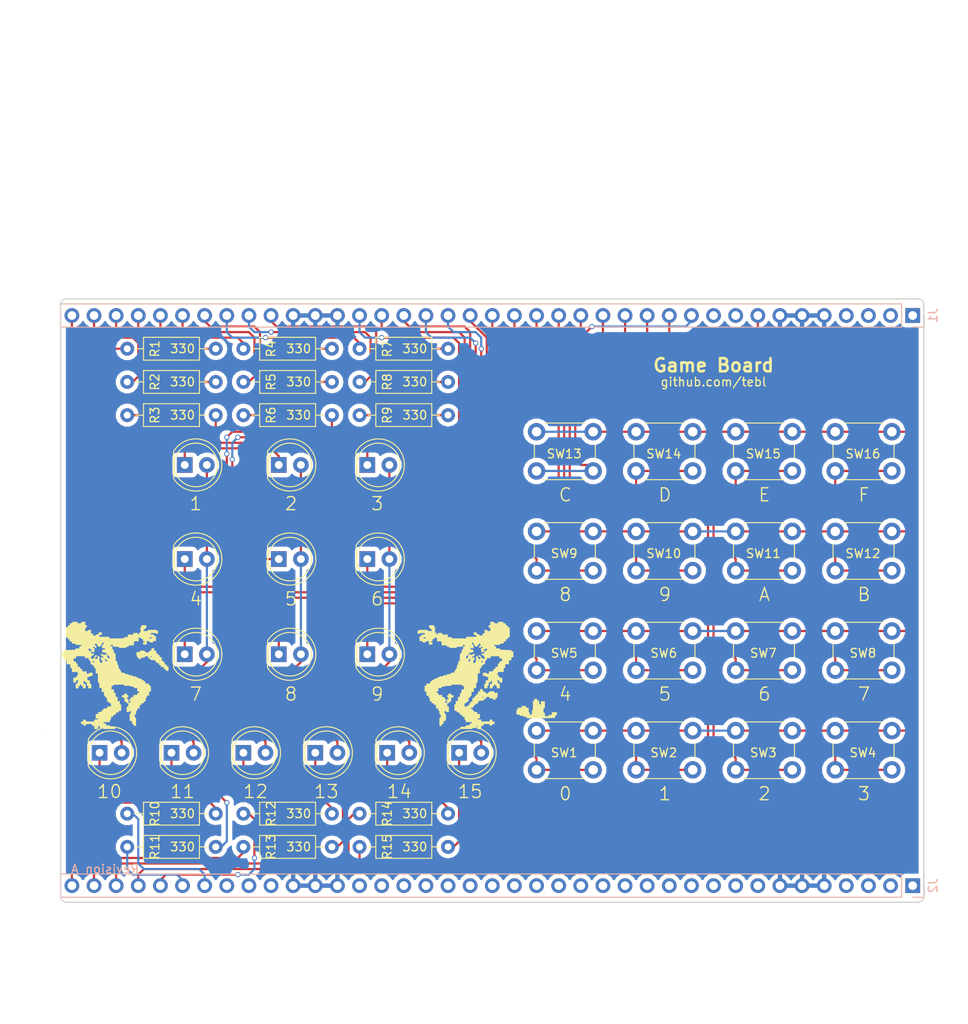
<source format=kicad_pcb>
(kicad_pcb (version 4) (host pcbnew 4.0.7)
  (layers (0 F.Cu signal) (31 B.Cu signal) (34 B.Paste user) (35 F.Paste user) (36 B.SilkS user) (37 F.SilkS user) (38 B.Mask user) (39 F.Mask user) (44 Edge.Cuts user))
  (net 0 "")
  (net 1 GND)
  (net 2 VCC)
  (net 3 "Net-(D1-Pad1)")
  (net 4 "Net-(D2-Pad1)")
  (net 5 "Net-(D3-Pad1)")
  (net 6 "Net-(D4-Pad1)")
  (net 7 "Net-(D5-Pad1)")
  (net 8 "Net-(D6-Pad1)")
  (net 9 "Net-(D7-Pad1)")
  (net 10 "Net-(D8-Pad1)")
  (net 11 "Net-(D9-Pad1)")
  (net 12 "Net-(D10-Pad1)")
  (net 13 "Net-(D11-Pad1)")
  (net 14 "Net-(D12-Pad1)")
  (net 15 "Net-(D13-Pad1)")
  (net 16 "Net-(D14-Pad1)")
  (net 17 "Net-(D15-Pad1)")
  (net 18 /KEY_R)
  (net 19 /KEY_B)
  (net 20 /KEY_C)
  (net 21 /KEY_D)
  (net 22 /KEY_E)
  (net 23 /KEY_F)
  (net 24 /KEY_A)
  (net 25 /KEY_9)
  (net 26 /KEY_8)
  (net 27 /KEY_7)
  (net 28 /KEY_6)
  (net 29 /KEY_5)
  (net 30 /KEY_4)
  (net 31 /KEY_3)
  (net 32 /KEY_2)
  (net 33 /KEY_1)
  (net 34 /KEY_0)
  (net 35 /LED9)
  (net 36 /LED8)
  (net 37 /LED7)
  (net 38 /LED6)
  (net 39 /LED5)
  (net 40 /LED4)
  (net 41 /LED3)
  (net 42 /LED2)
  (net 43 /LED1)
  (net 44 /LED10)
  (net 45 /LED11)
  (net 46 /LED12)
  (net 47 /LED15)
  (net 48 /LED14)
  (net 49 /LED13)
  (module LEDs:LED_D5.0mm (layer F.Cu) (at 114.554 97.155)
    (fp_text reference D1)
    (fp_text value LED)
    (pad 1 thru_hole rect (at 0 0) (size 1.8 1.8) (drill 0.9) (layers *.Cu *.Mask) (net 3 "Net-(D1-Pad1)"))
    (pad 2 thru_hole circle (at 2.54 0) (size 1.8 1.8) (drill 0.9) (layers *.Cu *.Mask) (net 2 VCC))
  )
  (module LEDs:LED_D5.0mm (layer F.Cu) (at 125.349 97.155)
    (fp_text reference D2)
    (fp_text value LED)
    (pad 1 thru_hole rect (at 0 0) (size 1.8 1.8) (drill 0.9) (layers *.Cu *.Mask) (net 4 "Net-(D2-Pad1)"))
    (pad 2 thru_hole circle (at 2.54 0) (size 1.8 1.8) (drill 0.9) (layers *.Cu *.Mask) (net 2 VCC))
  )
  (module LEDs:LED_D5.0mm (layer F.Cu) (at 135.509 97.155)
    (fp_text reference D3)
    (fp_text value LED)
    (pad 1 thru_hole rect (at 0 0) (size 1.8 1.8) (drill 0.9) (layers *.Cu *.Mask) (net 5 "Net-(D3-Pad1)"))
    (pad 2 thru_hole circle (at 2.54 0) (size 1.8 1.8) (drill 0.9) (layers *.Cu *.Mask) (net 2 VCC))
  )
  (module LEDs:LED_D5.0mm (layer F.Cu) (at 114.554 107.95)
    (fp_text reference D4)
    (fp_text value LED)
    (pad 1 thru_hole rect (at 0 0) (size 1.8 1.8) (drill 0.9) (layers *.Cu *.Mask) (net 6 "Net-(D4-Pad1)"))
    (pad 2 thru_hole circle (at 2.54 0) (size 1.8 1.8) (drill 0.9) (layers *.Cu *.Mask) (net 2 VCC))
  )
  (module LEDs:LED_D5.0mm (layer F.Cu) (at 125.349 107.95)
    (fp_text reference D5)
    (fp_text value LED)
    (pad 1 thru_hole rect (at 0 0) (size 1.8 1.8) (drill 0.9) (layers *.Cu *.Mask) (net 7 "Net-(D5-Pad1)"))
    (pad 2 thru_hole circle (at 2.54 0) (size 1.8 1.8) (drill 0.9) (layers *.Cu *.Mask) (net 2 VCC))
  )
  (module LEDs:LED_D5.0mm (layer F.Cu) (at 135.509 107.95)
    (fp_text reference D6)
    (fp_text value LED)
    (pad 1 thru_hole rect (at 0 0) (size 1.8 1.8) (drill 0.9) (layers *.Cu *.Mask) (net 8 "Net-(D6-Pad1)"))
    (pad 2 thru_hole circle (at 2.54 0) (size 1.8 1.8) (drill 0.9) (layers *.Cu *.Mask) (net 2 VCC))
  )
  (module LEDs:LED_D5.0mm (layer F.Cu) (at 114.554 118.872)
    (fp_text reference D7)
    (fp_text value LED)
    (pad 1 thru_hole rect (at 0 0) (size 1.8 1.8) (drill 0.9) (layers *.Cu *.Mask) (net 9 "Net-(D7-Pad1)"))
    (pad 2 thru_hole circle (at 2.54 0) (size 1.8 1.8) (drill 0.9) (layers *.Cu *.Mask) (net 2 VCC))
  )
  (module LEDs:LED_D5.0mm (layer F.Cu) (at 125.349 118.872)
    (fp_text reference D8)
    (fp_text value LED)
    (pad 1 thru_hole rect (at 0 0) (size 1.8 1.8) (drill 0.9) (layers *.Cu *.Mask) (net 10 "Net-(D8-Pad1)"))
    (pad 2 thru_hole circle (at 2.54 0) (size 1.8 1.8) (drill 0.9) (layers *.Cu *.Mask) (net 2 VCC))
  )
  (module LEDs:LED_D5.0mm (layer F.Cu) (at 135.509 118.872)
    (fp_text reference D9)
    (fp_text value LED)
    (pad 1 thru_hole rect (at 0 0) (size 1.8 1.8) (drill 0.9) (layers *.Cu *.Mask) (net 11 "Net-(D9-Pad1)"))
    (pad 2 thru_hole circle (at 2.54 0) (size 1.8 1.8) (drill 0.9) (layers *.Cu *.Mask) (net 2 VCC))
  )
  (module LEDs:LED_D5.0mm (layer F.Cu) (at 104.775 130.175)
    (fp_text reference D10)
    (fp_text value LED)
    (pad 1 thru_hole rect (at 0 0) (size 1.8 1.8) (drill 0.9) (layers *.Cu *.Mask) (net 12 "Net-(D10-Pad1)"))
    (pad 2 thru_hole circle (at 2.54 0) (size 1.8 1.8) (drill 0.9) (layers *.Cu *.Mask) (net 2 VCC))
  )
  (module LEDs:LED_D5.0mm (layer F.Cu) (at 113.03 130.175)
    (fp_text reference D11)
    (fp_text value LED)
    (pad 1 thru_hole rect (at 0 0) (size 1.8 1.8) (drill 0.9) (layers *.Cu *.Mask) (net 13 "Net-(D11-Pad1)"))
    (pad 2 thru_hole circle (at 2.54 0) (size 1.8 1.8) (drill 0.9) (layers *.Cu *.Mask) (net 2 VCC))
  )
  (module LEDs:LED_D5.0mm (layer F.Cu) (at 121.285 130.175)
    (fp_text reference D12)
    (fp_text value LED)
    (pad 1 thru_hole rect (at 0 0) (size 1.8 1.8) (drill 0.9) (layers *.Cu *.Mask) (net 14 "Net-(D12-Pad1)"))
    (pad 2 thru_hole circle (at 2.54 0) (size 1.8 1.8) (drill 0.9) (layers *.Cu *.Mask) (net 2 VCC))
  )
  (module LEDs:LED_D5.0mm (layer F.Cu) (at 129.54 130.175)
    (fp_text reference D13)
    (fp_text value LED)
    (pad 1 thru_hole rect (at 0 0) (size 1.8 1.8) (drill 0.9) (layers *.Cu *.Mask) (net 15 "Net-(D13-Pad1)"))
    (pad 2 thru_hole circle (at 2.54 0) (size 1.8 1.8) (drill 0.9) (layers *.Cu *.Mask) (net 2 VCC))
  )
  (module LEDs:LED_D5.0mm (layer F.Cu) (at 137.795 130.175)
    (fp_text reference D14)
    (fp_text value LED)
    (pad 1 thru_hole rect (at 0 0) (size 1.8 1.8) (drill 0.9) (layers *.Cu *.Mask) (net 16 "Net-(D14-Pad1)"))
    (pad 2 thru_hole circle (at 2.54 0) (size 1.8 1.8) (drill 0.9) (layers *.Cu *.Mask) (net 2 VCC))
  )
  (module LEDs:LED_D5.0mm (layer F.Cu) (at 146.05 130.175)
    (fp_text reference D15)
    (fp_text value LED)
    (pad 1 thru_hole rect (at 0 0) (size 1.8 1.8) (drill 0.9) (layers *.Cu *.Mask) (net 17 "Net-(D15-Pad1)"))
    (pad 2 thru_hole circle (at 2.54 0) (size 1.8 1.8) (drill 0.9) (layers *.Cu *.Mask) (net 2 VCC))
  )
  (module Buttons_Switches_THT:SW_PUSH_6mm (layer F.Cu) (at 154.94 127.635)
    (fp_text reference SW1 (at 3.175 2.54) (layer F.SilkS))
    (fp_text value 0)
    (pad 2 thru_hole circle (at 0 4.5 90) (size 2 2) (drill 1.1) (layers *.Cu *.Mask) (net 34 /KEY_0))
    (pad 1 thru_hole circle (at 0 0 90) (size 2 2) (drill 1.1) (layers *.Cu *.Mask) (net 18 /KEY_R))
    (pad 2 thru_hole circle (at 6.5 4.5 90) (size 2 2) (drill 1.1) (layers *.Cu *.Mask) (net 34 /KEY_0))
    (pad 1 thru_hole circle (at 6.5 0 90) (size 2 2) (drill 1.1) (layers *.Cu *.Mask) (net 18 /KEY_R))
  )
  (module Buttons_Switches_THT:SW_PUSH_6mm (layer F.Cu) (at 166.37 127.635)
    (fp_text reference SW2 (at 3.175 2.54) (layer F.SilkS))
    (fp_text value 1)
    (pad 2 thru_hole circle (at 0 4.5 90) (size 2 2) (drill 1.1) (layers *.Cu *.Mask) (net 33 /KEY_1))
    (pad 1 thru_hole circle (at 0 0 90) (size 2 2) (drill 1.1) (layers *.Cu *.Mask) (net 18 /KEY_R))
    (pad 2 thru_hole circle (at 6.5 4.5 90) (size 2 2) (drill 1.1) (layers *.Cu *.Mask) (net 33 /KEY_1))
    (pad 1 thru_hole circle (at 6.5 0 90) (size 2 2) (drill 1.1) (layers *.Cu *.Mask) (net 18 /KEY_R))
  )
  (module Buttons_Switches_THT:SW_PUSH_6mm (layer F.Cu) (at 177.8 127.635)
    (fp_text reference SW3 (at 3.175 2.54) (layer F.SilkS))
    (fp_text value 2)
    (pad 2 thru_hole circle (at 0 4.5 90) (size 2 2) (drill 1.1) (layers *.Cu *.Mask) (net 32 /KEY_2))
    (pad 1 thru_hole circle (at 0 0 90) (size 2 2) (drill 1.1) (layers *.Cu *.Mask) (net 18 /KEY_R))
    (pad 2 thru_hole circle (at 6.5 4.5 90) (size 2 2) (drill 1.1) (layers *.Cu *.Mask) (net 32 /KEY_2))
    (pad 1 thru_hole circle (at 6.5 0 90) (size 2 2) (drill 1.1) (layers *.Cu *.Mask) (net 18 /KEY_R))
  )
  (module Buttons_Switches_THT:SW_PUSH_6mm (layer F.Cu) (at 189.23 127.635)
    (fp_text reference SW4 (at 3.175 2.54) (layer F.SilkS))
    (fp_text value 3)
    (pad 2 thru_hole circle (at 0 4.5 90) (size 2 2) (drill 1.1) (layers *.Cu *.Mask) (net 31 /KEY_3))
    (pad 1 thru_hole circle (at 0 0 90) (size 2 2) (drill 1.1) (layers *.Cu *.Mask) (net 18 /KEY_R))
    (pad 2 thru_hole circle (at 6.5 4.5 90) (size 2 2) (drill 1.1) (layers *.Cu *.Mask) (net 31 /KEY_3))
    (pad 1 thru_hole circle (at 6.5 0 90) (size 2 2) (drill 1.1) (layers *.Cu *.Mask) (net 18 /KEY_R))
  )
  (module Buttons_Switches_THT:SW_PUSH_6mm (layer F.Cu) (at 154.94 116.205)
    (fp_text reference SW5 (at 3.175 2.54) (layer F.SilkS))
    (fp_text value 4)
    (pad 2 thru_hole circle (at 0 4.5 90) (size 2 2) (drill 1.1) (layers *.Cu *.Mask) (net 30 /KEY_4))
    (pad 1 thru_hole circle (at 0 0 90) (size 2 2) (drill 1.1) (layers *.Cu *.Mask) (net 18 /KEY_R))
    (pad 2 thru_hole circle (at 6.5 4.5 90) (size 2 2) (drill 1.1) (layers *.Cu *.Mask) (net 30 /KEY_4))
    (pad 1 thru_hole circle (at 6.5 0 90) (size 2 2) (drill 1.1) (layers *.Cu *.Mask) (net 18 /KEY_R))
  )
  (module Buttons_Switches_THT:SW_PUSH_6mm (layer F.Cu) (at 166.37 116.205)
    (fp_text reference SW6 (at 3.175 2.54) (layer F.SilkS))
    (fp_text value 5)
    (pad 2 thru_hole circle (at 0 4.5 90) (size 2 2) (drill 1.1) (layers *.Cu *.Mask) (net 29 /KEY_5))
    (pad 1 thru_hole circle (at 0 0 90) (size 2 2) (drill 1.1) (layers *.Cu *.Mask) (net 18 /KEY_R))
    (pad 2 thru_hole circle (at 6.5 4.5 90) (size 2 2) (drill 1.1) (layers *.Cu *.Mask) (net 29 /KEY_5))
    (pad 1 thru_hole circle (at 6.5 0 90) (size 2 2) (drill 1.1) (layers *.Cu *.Mask) (net 18 /KEY_R))
  )
  (module Buttons_Switches_THT:SW_PUSH_6mm (layer F.Cu) (at 177.8 116.205)
    (fp_text reference SW7 (at 3.175 2.54) (layer F.SilkS))
    (fp_text value 6)
    (pad 2 thru_hole circle (at 0 4.5 90) (size 2 2) (drill 1.1) (layers *.Cu *.Mask) (net 28 /KEY_6))
    (pad 1 thru_hole circle (at 0 0 90) (size 2 2) (drill 1.1) (layers *.Cu *.Mask) (net 18 /KEY_R))
    (pad 2 thru_hole circle (at 6.5 4.5 90) (size 2 2) (drill 1.1) (layers *.Cu *.Mask) (net 28 /KEY_6))
    (pad 1 thru_hole circle (at 6.5 0 90) (size 2 2) (drill 1.1) (layers *.Cu *.Mask) (net 18 /KEY_R))
  )
  (module Buttons_Switches_THT:SW_PUSH_6mm (layer F.Cu) (at 189.23 116.205)
    (fp_text reference SW8 (at 3.175 2.54) (layer F.SilkS))
    (fp_text value 7)
    (pad 2 thru_hole circle (at 0 4.5 90) (size 2 2) (drill 1.1) (layers *.Cu *.Mask) (net 27 /KEY_7))
    (pad 1 thru_hole circle (at 0 0 90) (size 2 2) (drill 1.1) (layers *.Cu *.Mask) (net 18 /KEY_R))
    (pad 2 thru_hole circle (at 6.5 4.5 90) (size 2 2) (drill 1.1) (layers *.Cu *.Mask) (net 27 /KEY_7))
    (pad 1 thru_hole circle (at 6.5 0 90) (size 2 2) (drill 1.1) (layers *.Cu *.Mask) (net 18 /KEY_R))
  )
  (module Buttons_Switches_THT:SW_PUSH_6mm (layer F.Cu) (at 154.94 104.775)
    (fp_text reference SW9 (at 3.175 2.54) (layer F.SilkS))
    (fp_text value 8)
    (pad 2 thru_hole circle (at 0 4.5 90) (size 2 2) (drill 1.1) (layers *.Cu *.Mask) (net 26 /KEY_8))
    (pad 1 thru_hole circle (at 0 0 90) (size 2 2) (drill 1.1) (layers *.Cu *.Mask) (net 18 /KEY_R))
    (pad 2 thru_hole circle (at 6.5 4.5 90) (size 2 2) (drill 1.1) (layers *.Cu *.Mask) (net 26 /KEY_8))
    (pad 1 thru_hole circle (at 6.5 0 90) (size 2 2) (drill 1.1) (layers *.Cu *.Mask) (net 18 /KEY_R))
  )
  (module Buttons_Switches_THT:SW_PUSH_6mm (layer F.Cu) (at 166.37 104.775)
    (fp_text reference SW10 (at 3.175 2.54) (layer F.SilkS))
    (fp_text value 9)
    (pad 2 thru_hole circle (at 0 4.5 90) (size 2 2) (drill 1.1) (layers *.Cu *.Mask) (net 25 /KEY_9))
    (pad 1 thru_hole circle (at 0 0 90) (size 2 2) (drill 1.1) (layers *.Cu *.Mask) (net 18 /KEY_R))
    (pad 2 thru_hole circle (at 6.5 4.5 90) (size 2 2) (drill 1.1) (layers *.Cu *.Mask) (net 25 /KEY_9))
    (pad 1 thru_hole circle (at 6.5 0 90) (size 2 2) (drill 1.1) (layers *.Cu *.Mask) (net 18 /KEY_R))
  )
  (module Buttons_Switches_THT:SW_PUSH_6mm (layer F.Cu) (at 177.8 104.775)
    (fp_text reference SW11 (at 3.175 2.54) (layer F.SilkS))
    (fp_text value A)
    (pad 2 thru_hole circle (at 0 4.5 90) (size 2 2) (drill 1.1) (layers *.Cu *.Mask) (net 24 /KEY_A))
    (pad 1 thru_hole circle (at 0 0 90) (size 2 2) (drill 1.1) (layers *.Cu *.Mask) (net 18 /KEY_R))
    (pad 2 thru_hole circle (at 6.5 4.5 90) (size 2 2) (drill 1.1) (layers *.Cu *.Mask) (net 24 /KEY_A))
    (pad 1 thru_hole circle (at 6.5 0 90) (size 2 2) (drill 1.1) (layers *.Cu *.Mask) (net 18 /KEY_R))
  )
  (module Buttons_Switches_THT:SW_PUSH_6mm (layer F.Cu) (at 189.23 104.775)
    (fp_text reference SW12 (at 3.175 2.54) (layer F.SilkS))
    (fp_text value B)
    (pad 2 thru_hole circle (at 0 4.5 90) (size 2 2) (drill 1.1) (layers *.Cu *.Mask) (net 19 /KEY_B))
    (pad 1 thru_hole circle (at 0 0 90) (size 2 2) (drill 1.1) (layers *.Cu *.Mask) (net 18 /KEY_R))
    (pad 2 thru_hole circle (at 6.5 4.5 90) (size 2 2) (drill 1.1) (layers *.Cu *.Mask) (net 19 /KEY_B))
    (pad 1 thru_hole circle (at 6.5 0 90) (size 2 2) (drill 1.1) (layers *.Cu *.Mask) (net 18 /KEY_R))
  )
  (module Buttons_Switches_THT:SW_PUSH_6mm (layer F.Cu) (at 154.94 93.345)
    (fp_text reference SW13 (at 3.175 2.54) (layer F.SilkS))
    (fp_text value C)
    (pad 2 thru_hole circle (at 0 4.5 90) (size 2 2) (drill 1.1) (layers *.Cu *.Mask) (net 20 /KEY_C))
    (pad 1 thru_hole circle (at 0 0 90) (size 2 2) (drill 1.1) (layers *.Cu *.Mask) (net 18 /KEY_R))
    (pad 2 thru_hole circle (at 6.5 4.5 90) (size 2 2) (drill 1.1) (layers *.Cu *.Mask) (net 20 /KEY_C))
    (pad 1 thru_hole circle (at 6.5 0 90) (size 2 2) (drill 1.1) (layers *.Cu *.Mask) (net 18 /KEY_R))
  )
  (module Buttons_Switches_THT:SW_PUSH_6mm (layer F.Cu) (at 166.37 93.345)
    (fp_text reference SW14 (at 3.175 2.54) (layer F.SilkS))
    (fp_text value D)
    (pad 2 thru_hole circle (at 0 4.5 90) (size 2 2) (drill 1.1) (layers *.Cu *.Mask) (net 21 /KEY_D))
    (pad 1 thru_hole circle (at 0 0 90) (size 2 2) (drill 1.1) (layers *.Cu *.Mask) (net 18 /KEY_R))
    (pad 2 thru_hole circle (at 6.5 4.5 90) (size 2 2) (drill 1.1) (layers *.Cu *.Mask) (net 21 /KEY_D))
    (pad 1 thru_hole circle (at 6.5 0 90) (size 2 2) (drill 1.1) (layers *.Cu *.Mask) (net 18 /KEY_R))
  )
  (module Buttons_Switches_THT:SW_PUSH_6mm (layer F.Cu) (at 177.8 93.345)
    (fp_text reference SW15 (at 3.175 2.54) (layer F.SilkS))
    (fp_text value E)
    (pad 2 thru_hole circle (at 0 4.5 90) (size 2 2) (drill 1.1) (layers *.Cu *.Mask) (net 22 /KEY_E))
    (pad 1 thru_hole circle (at 0 0 90) (size 2 2) (drill 1.1) (layers *.Cu *.Mask) (net 18 /KEY_R))
    (pad 2 thru_hole circle (at 6.5 4.5 90) (size 2 2) (drill 1.1) (layers *.Cu *.Mask) (net 22 /KEY_E))
    (pad 1 thru_hole circle (at 6.5 0 90) (size 2 2) (drill 1.1) (layers *.Cu *.Mask) (net 18 /KEY_R))
  )
  (module Buttons_Switches_THT:SW_PUSH_6mm (layer F.Cu) (at 189.23 93.345)
    (fp_text reference SW16 (at 3.175 2.54) (layer F.SilkS))
    (fp_text value F)
    (pad 2 thru_hole circle (at 0 4.5 90) (size 2 2) (drill 1.1) (layers *.Cu *.Mask) (net 23 /KEY_F))
    (pad 1 thru_hole circle (at 0 0 90) (size 2 2) (drill 1.1) (layers *.Cu *.Mask) (net 18 /KEY_R))
    (pad 2 thru_hole circle (at 6.5 4.5 90) (size 2 2) (drill 1.1) (layers *.Cu *.Mask) (net 23 /KEY_F))
    (pad 1 thru_hole circle (at 6.5 0 90) (size 2 2) (drill 1.1) (layers *.Cu *.Mask) (net 18 /KEY_R))
  )
  (module Pin_Headers:Pin_Header_Straight_1x39_Pitch2.54mm (layer B.Cu) (at 198.12 80.01 90)
    (fp_text reference J1 (at 0 2.33 90) (layer B.SilkS) (effects (justify mirror)))
    (fp_text value TOP)
    (pad 1 thru_hole rect (at 0 0 90) (size 1.7 1.7) (drill 1) (layers *.Cu *.Mask))
    (pad 2 thru_hole oval (at 0 -2.54 90) (size 1.7 1.7) (drill 1) (layers *.Cu *.Mask))
    (pad 3 thru_hole oval (at 0 -5.08 90) (size 1.7 1.7) (drill 1) (layers *.Cu *.Mask))
    (pad 4 thru_hole oval (at 0 -7.62 90) (size 1.7 1.7) (drill 1) (layers *.Cu *.Mask))
    (pad 5 thru_hole oval (at 0 -10.16 90) (size 1.7 1.7) (drill 1) (layers *.Cu *.Mask) (net 1 GND))
    (pad 6 thru_hole oval (at 0 -12.7 90) (size 1.7 1.7) (drill 1) (layers *.Cu *.Mask) (net 1 GND))
    (pad 7 thru_hole oval (at 0 -15.24 90) (size 1.7 1.7) (drill 1) (layers *.Cu *.Mask) (net 1 GND))
    (pad 8 thru_hole oval (at 0 -17.78 90) (size 1.7 1.7) (drill 1) (layers *.Cu *.Mask) (net 18 /KEY_R))
    (pad 9 thru_hole oval (at 0 -20.32 90) (size 1.7 1.7) (drill 1) (layers *.Cu *.Mask))
    (pad 10 thru_hole oval (at 0 -22.86 90) (size 1.7 1.7) (drill 1) (layers *.Cu *.Mask))
    (pad 11 thru_hole oval (at 0 -25.4 90) (size 1.7 1.7) (drill 1) (layers *.Cu *.Mask) (net 19 /KEY_B))
    (pad 12 thru_hole oval (at 0 -27.94 90) (size 1.7 1.7) (drill 1) (layers *.Cu *.Mask) (net 20 /KEY_C))
    (pad 13 thru_hole oval (at 0 -30.48 90) (size 1.7 1.7) (drill 1) (layers *.Cu *.Mask) (net 21 /KEY_D))
    (pad 14 thru_hole oval (at 0 -33.02 90) (size 1.7 1.7) (drill 1) (layers *.Cu *.Mask) (net 22 /KEY_E))
    (pad 15 thru_hole oval (at 0 -35.56 90) (size 1.7 1.7) (drill 1) (layers *.Cu *.Mask) (net 23 /KEY_F))
    (pad 16 thru_hole oval (at 0 -38.1 90) (size 1.7 1.7) (drill 1) (layers *.Cu *.Mask) (net 24 /KEY_A))
    (pad 17 thru_hole oval (at 0 -40.64 90) (size 1.7 1.7) (drill 1) (layers *.Cu *.Mask) (net 25 /KEY_9))
    (pad 18 thru_hole oval (at 0 -43.18 90) (size 1.7 1.7) (drill 1) (layers *.Cu *.Mask) (net 26 /KEY_8))
    (pad 19 thru_hole oval (at 0 -45.72 90) (size 1.7 1.7) (drill 1) (layers *.Cu *.Mask) (net 27 /KEY_7))
    (pad 20 thru_hole oval (at 0 -48.26 90) (size 1.7 1.7) (drill 1) (layers *.Cu *.Mask) (net 28 /KEY_6))
    (pad 21 thru_hole oval (at 0 -50.8 90) (size 1.7 1.7) (drill 1) (layers *.Cu *.Mask) (net 29 /KEY_5))
    (pad 22 thru_hole oval (at 0 -53.34 90) (size 1.7 1.7) (drill 1) (layers *.Cu *.Mask) (net 30 /KEY_4))
    (pad 23 thru_hole oval (at 0 -55.88 90) (size 1.7 1.7) (drill 1) (layers *.Cu *.Mask) (net 31 /KEY_3))
    (pad 24 thru_hole oval (at 0 -58.42 90) (size 1.7 1.7) (drill 1) (layers *.Cu *.Mask) (net 32 /KEY_2))
    (pad 25 thru_hole oval (at 0 -60.96 90) (size 1.7 1.7) (drill 1) (layers *.Cu *.Mask) (net 33 /KEY_1))
    (pad 26 thru_hole oval (at 0 -63.5 90) (size 1.7 1.7) (drill 1) (layers *.Cu *.Mask) (net 34 /KEY_0))
    (pad 27 thru_hole oval (at 0 -66.04 90) (size 1.7 1.7) (drill 1) (layers *.Cu *.Mask) (net 1 GND))
    (pad 28 thru_hole oval (at 0 -68.58 90) (size 1.7 1.7) (drill 1) (layers *.Cu *.Mask) (net 1 GND))
    (pad 29 thru_hole oval (at 0 -71.12 90) (size 1.7 1.7) (drill 1) (layers *.Cu *.Mask) (net 1 GND))
    (pad 30 thru_hole oval (at 0 -73.66 90) (size 1.7 1.7) (drill 1) (layers *.Cu *.Mask) (net 35 /LED9))
    (pad 31 thru_hole oval (at 0 -76.2 90) (size 1.7 1.7) (drill 1) (layers *.Cu *.Mask) (net 36 /LED8))
    (pad 32 thru_hole oval (at 0 -78.74 90) (size 1.7 1.7) (drill 1) (layers *.Cu *.Mask) (net 37 /LED7))
    (pad 33 thru_hole oval (at 0 -81.28 90) (size 1.7 1.7) (drill 1) (layers *.Cu *.Mask) (net 38 /LED6))
    (pad 34 thru_hole oval (at 0 -83.82 90) (size 1.7 1.7) (drill 1) (layers *.Cu *.Mask) (net 39 /LED5))
    (pad 35 thru_hole oval (at 0 -86.36 90) (size 1.7 1.7) (drill 1) (layers *.Cu *.Mask) (net 40 /LED4))
    (pad 36 thru_hole oval (at 0 -88.9 90) (size 1.7 1.7) (drill 1) (layers *.Cu *.Mask) (net 41 /LED3))
    (pad 37 thru_hole oval (at 0 -91.44 90) (size 1.7 1.7) (drill 1) (layers *.Cu *.Mask) (net 42 /LED2))
    (pad 38 thru_hole oval (at 0 -93.98 90) (size 1.7 1.7) (drill 1) (layers *.Cu *.Mask) (net 43 /LED1))
    (pad 39 thru_hole oval (at 0 -96.52 90) (size 1.7 1.7) (drill 1) (layers *.Cu *.Mask) (net 2 VCC))
  )
  (module Pin_Headers:Pin_Header_Straight_1x39_Pitch2.54mm (layer B.Cu) (at 198.12 145.415 90)
    (fp_text reference J2 (at 0 2.33 90) (layer B.SilkS) (effects (justify mirror)))
    (fp_text value BTM)
    (pad 1 thru_hole rect (at 0 0 90) (size 1.7 1.7) (drill 1) (layers *.Cu *.Mask))
    (pad 2 thru_hole oval (at 0 -2.54 90) (size 1.7 1.7) (drill 1) (layers *.Cu *.Mask))
    (pad 3 thru_hole oval (at 0 -5.08 90) (size 1.7 1.7) (drill 1) (layers *.Cu *.Mask))
    (pad 4 thru_hole oval (at 0 -7.62 90) (size 1.7 1.7) (drill 1) (layers *.Cu *.Mask))
    (pad 5 thru_hole oval (at 0 -10.16 90) (size 1.7 1.7) (drill 1) (layers *.Cu *.Mask) (net 1 GND))
    (pad 6 thru_hole oval (at 0 -12.7 90) (size 1.7 1.7) (drill 1) (layers *.Cu *.Mask) (net 1 GND))
    (pad 7 thru_hole oval (at 0 -15.24 90) (size 1.7 1.7) (drill 1) (layers *.Cu *.Mask) (net 1 GND))
    (pad 8 thru_hole oval (at 0 -17.78 90) (size 1.7 1.7) (drill 1) (layers *.Cu *.Mask))
    (pad 9 thru_hole oval (at 0 -20.32 90) (size 1.7 1.7) (drill 1) (layers *.Cu *.Mask))
    (pad 10 thru_hole oval (at 0 -22.86 90) (size 1.7 1.7) (drill 1) (layers *.Cu *.Mask))
    (pad 11 thru_hole oval (at 0 -25.4 90) (size 1.7 1.7) (drill 1) (layers *.Cu *.Mask))
    (pad 12 thru_hole oval (at 0 -27.94 90) (size 1.7 1.7) (drill 1) (layers *.Cu *.Mask))
    (pad 13 thru_hole oval (at 0 -30.48 90) (size 1.7 1.7) (drill 1) (layers *.Cu *.Mask))
    (pad 14 thru_hole oval (at 0 -33.02 90) (size 1.7 1.7) (drill 1) (layers *.Cu *.Mask))
    (pad 15 thru_hole oval (at 0 -35.56 90) (size 1.7 1.7) (drill 1) (layers *.Cu *.Mask))
    (pad 16 thru_hole oval (at 0 -38.1 90) (size 1.7 1.7) (drill 1) (layers *.Cu *.Mask))
    (pad 17 thru_hole oval (at 0 -40.64 90) (size 1.7 1.7) (drill 1) (layers *.Cu *.Mask))
    (pad 18 thru_hole oval (at 0 -43.18 90) (size 1.7 1.7) (drill 1) (layers *.Cu *.Mask))
    (pad 19 thru_hole oval (at 0 -45.72 90) (size 1.7 1.7) (drill 1) (layers *.Cu *.Mask))
    (pad 20 thru_hole oval (at 0 -48.26 90) (size 1.7 1.7) (drill 1) (layers *.Cu *.Mask))
    (pad 21 thru_hole oval (at 0 -50.8 90) (size 1.7 1.7) (drill 1) (layers *.Cu *.Mask))
    (pad 22 thru_hole oval (at 0 -53.34 90) (size 1.7 1.7) (drill 1) (layers *.Cu *.Mask))
    (pad 23 thru_hole oval (at 0 -55.88 90) (size 1.7 1.7) (drill 1) (layers *.Cu *.Mask))
    (pad 24 thru_hole oval (at 0 -58.42 90) (size 1.7 1.7) (drill 1) (layers *.Cu *.Mask))
    (pad 25 thru_hole oval (at 0 -60.96 90) (size 1.7 1.7) (drill 1) (layers *.Cu *.Mask))
    (pad 26 thru_hole oval (at 0 -63.5 90) (size 1.7 1.7) (drill 1) (layers *.Cu *.Mask))
    (pad 27 thru_hole oval (at 0 -66.04 90) (size 1.7 1.7) (drill 1) (layers *.Cu *.Mask) (net 1 GND))
    (pad 28 thru_hole oval (at 0 -68.58 90) (size 1.7 1.7) (drill 1) (layers *.Cu *.Mask) (net 1 GND))
    (pad 29 thru_hole oval (at 0 -71.12 90) (size 1.7 1.7) (drill 1) (layers *.Cu *.Mask) (net 1 GND))
    (pad 30 thru_hole oval (at 0 -73.66 90) (size 1.7 1.7) (drill 1) (layers *.Cu *.Mask))
    (pad 31 thru_hole oval (at 0 -76.2 90) (size 1.7 1.7) (drill 1) (layers *.Cu *.Mask))
    (pad 32 thru_hole oval (at 0 -78.74 90) (size 1.7 1.7) (drill 1) (layers *.Cu *.Mask))
    (pad 33 thru_hole oval (at 0 -81.28 90) (size 1.7 1.7) (drill 1) (layers *.Cu *.Mask) (net 44 /LED10))
    (pad 34 thru_hole oval (at 0 -83.82 90) (size 1.7 1.7) (drill 1) (layers *.Cu *.Mask) (net 45 /LED11))
    (pad 35 thru_hole oval (at 0 -86.36 90) (size 1.7 1.7) (drill 1) (layers *.Cu *.Mask) (net 46 /LED12))
    (pad 36 thru_hole oval (at 0 -88.9 90) (size 1.7 1.7) (drill 1) (layers *.Cu *.Mask) (net 47 /LED15))
    (pad 37 thru_hole oval (at 0 -91.44 90) (size 1.7 1.7) (drill 1) (layers *.Cu *.Mask) (net 48 /LED14))
    (pad 38 thru_hole oval (at 0 -93.98 90) (size 1.7 1.7) (drill 1) (layers *.Cu *.Mask) (net 49 /LED13))
    (pad 39 thru_hole oval (at 0 -96.52 90) (size 1.7 1.7) (drill 1) (layers *.Cu *.Mask) (net 2 VCC))
  )
  (module Resistors_THT:R_Axial_DIN0207_L6.3mm_D2.5mm_P10.16mm_Horizontal (layer F.Cu) (at 107.95 83.82)
    (fp_text reference R1 (at 3.175 0 90) (layer F.SilkS))
    (fp_text value 330 (at 6.35 0) (layer F.SilkS))
    (pad 1 thru_hole circle (at 0 0) (size 1.6 1.6) (drill 0.8) (layers *.Cu *.Mask) (net 43 /LED1))
    (pad 2 thru_hole oval (at 10.16 0) (size 1.6 1.6) (drill 0.8) (layers *.Cu *.Mask) (net 3 "Net-(D1-Pad1)"))
  )
  (module Resistors_THT:R_Axial_DIN0207_L6.3mm_D2.5mm_P10.16mm_Horizontal (layer F.Cu) (at 107.95 87.63)
    (fp_text reference R2 (at 3.175 0 90) (layer F.SilkS))
    (fp_text value 330 (at 6.35 0) (layer F.SilkS))
    (pad 1 thru_hole circle (at 0 0) (size 1.6 1.6) (drill 0.8) (layers *.Cu *.Mask) (net 42 /LED2))
    (pad 2 thru_hole oval (at 10.16 0) (size 1.6 1.6) (drill 0.8) (layers *.Cu *.Mask) (net 4 "Net-(D2-Pad1)"))
  )
  (module Resistors_THT:R_Axial_DIN0207_L6.3mm_D2.5mm_P10.16mm_Horizontal (layer F.Cu) (at 107.95 91.44)
    (fp_text reference R3 (at 3.175 0 90) (layer F.SilkS))
    (fp_text value 330 (at 6.35 0) (layer F.SilkS))
    (pad 1 thru_hole circle (at 0 0) (size 1.6 1.6) (drill 0.8) (layers *.Cu *.Mask) (net 41 /LED3))
    (pad 2 thru_hole oval (at 10.16 0) (size 1.6 1.6) (drill 0.8) (layers *.Cu *.Mask) (net 5 "Net-(D3-Pad1)"))
  )
  (module Resistors_THT:R_Axial_DIN0207_L6.3mm_D2.5mm_P10.16mm_Horizontal (layer F.Cu) (at 121.285 83.82)
    (fp_text reference R4 (at 3.175 0 90) (layer F.SilkS))
    (fp_text value 330 (at 6.35 0) (layer F.SilkS))
    (pad 1 thru_hole circle (at 0 0) (size 1.6 1.6) (drill 0.8) (layers *.Cu *.Mask) (net 40 /LED4))
    (pad 2 thru_hole oval (at 10.16 0) (size 1.6 1.6) (drill 0.8) (layers *.Cu *.Mask) (net 6 "Net-(D4-Pad1)"))
  )
  (module Resistors_THT:R_Axial_DIN0207_L6.3mm_D2.5mm_P10.16mm_Horizontal (layer F.Cu) (at 121.285 87.63)
    (fp_text reference R5 (at 3.175 0 90) (layer F.SilkS))
    (fp_text value 330 (at 6.35 0) (layer F.SilkS))
    (pad 1 thru_hole circle (at 0 0) (size 1.6 1.6) (drill 0.8) (layers *.Cu *.Mask) (net 39 /LED5))
    (pad 2 thru_hole oval (at 10.16 0) (size 1.6 1.6) (drill 0.8) (layers *.Cu *.Mask) (net 7 "Net-(D5-Pad1)"))
  )
  (module Resistors_THT:R_Axial_DIN0207_L6.3mm_D2.5mm_P10.16mm_Horizontal (layer F.Cu) (at 121.285 91.44)
    (fp_text reference R6 (at 3.175 0 90) (layer F.SilkS))
    (fp_text value 330 (at 6.35 0) (layer F.SilkS))
    (pad 1 thru_hole circle (at 0 0) (size 1.6 1.6) (drill 0.8) (layers *.Cu *.Mask) (net 38 /LED6))
    (pad 2 thru_hole oval (at 10.16 0) (size 1.6 1.6) (drill 0.8) (layers *.Cu *.Mask) (net 8 "Net-(D6-Pad1)"))
  )
  (module Resistors_THT:R_Axial_DIN0207_L6.3mm_D2.5mm_P10.16mm_Horizontal (layer F.Cu) (at 134.62 83.82)
    (fp_text reference R7 (at 3.175 0 90) (layer F.SilkS))
    (fp_text value 330 (at 6.35 0) (layer F.SilkS))
    (pad 1 thru_hole circle (at 0 0) (size 1.6 1.6) (drill 0.8) (layers *.Cu *.Mask) (net 37 /LED7))
    (pad 2 thru_hole oval (at 10.16 0) (size 1.6 1.6) (drill 0.8) (layers *.Cu *.Mask) (net 9 "Net-(D7-Pad1)"))
  )
  (module Resistors_THT:R_Axial_DIN0207_L6.3mm_D2.5mm_P10.16mm_Horizontal (layer F.Cu) (at 134.62 87.63)
    (fp_text reference R8 (at 3.175 0 90) (layer F.SilkS))
    (fp_text value 330 (at 6.35 0) (layer F.SilkS))
    (pad 1 thru_hole circle (at 0 0) (size 1.6 1.6) (drill 0.8) (layers *.Cu *.Mask) (net 36 /LED8))
    (pad 2 thru_hole oval (at 10.16 0) (size 1.6 1.6) (drill 0.8) (layers *.Cu *.Mask) (net 10 "Net-(D8-Pad1)"))
  )
  (module Resistors_THT:R_Axial_DIN0207_L6.3mm_D2.5mm_P10.16mm_Horizontal (layer F.Cu) (at 134.62 91.44)
    (fp_text reference R9 (at 3.175 0 90) (layer F.SilkS))
    (fp_text value 330 (at 6.35 0) (layer F.SilkS))
    (pad 1 thru_hole circle (at 0 0) (size 1.6 1.6) (drill 0.8) (layers *.Cu *.Mask) (net 35 /LED9))
    (pad 2 thru_hole oval (at 10.16 0) (size 1.6 1.6) (drill 0.8) (layers *.Cu *.Mask) (net 11 "Net-(D9-Pad1)"))
  )
  (module Resistors_THT:R_Axial_DIN0207_L6.3mm_D2.5mm_P10.16mm_Horizontal (layer F.Cu) (at 107.95 137.16)
    (fp_text reference R10 (at 3.175 0 90) (layer F.SilkS))
    (fp_text value 330 (at 6.35 0) (layer F.SilkS))
    (pad 1 thru_hole circle (at 0 0) (size 1.6 1.6) (drill 0.8) (layers *.Cu *.Mask) (net 44 /LED10))
    (pad 2 thru_hole oval (at 10.16 0) (size 1.6 1.6) (drill 0.8) (layers *.Cu *.Mask) (net 12 "Net-(D10-Pad1)"))
  )
  (module Resistors_THT:R_Axial_DIN0207_L6.3mm_D2.5mm_P10.16mm_Horizontal (layer F.Cu) (at 107.95 140.97)
    (fp_text reference R11 (at 3.175 0 90) (layer F.SilkS))
    (fp_text value 330 (at 6.35 0) (layer F.SilkS))
    (pad 1 thru_hole circle (at 0 0) (size 1.6 1.6) (drill 0.8) (layers *.Cu *.Mask) (net 45 /LED11))
    (pad 2 thru_hole oval (at 10.16 0) (size 1.6 1.6) (drill 0.8) (layers *.Cu *.Mask) (net 13 "Net-(D11-Pad1)"))
  )
  (module Resistors_THT:R_Axial_DIN0207_L6.3mm_D2.5mm_P10.16mm_Horizontal (layer F.Cu) (at 121.285 137.16)
    (fp_text reference R12 (at 3.175 0 90) (layer F.SilkS))
    (fp_text value 330 (at 6.35 0) (layer F.SilkS))
    (pad 1 thru_hole circle (at 0 0) (size 1.6 1.6) (drill 0.8) (layers *.Cu *.Mask) (net 46 /LED12))
    (pad 2 thru_hole oval (at 10.16 0) (size 1.6 1.6) (drill 0.8) (layers *.Cu *.Mask) (net 14 "Net-(D12-Pad1)"))
  )
  (module Resistors_THT:R_Axial_DIN0207_L6.3mm_D2.5mm_P10.16mm_Horizontal (layer F.Cu) (at 121.285 140.97)
    (fp_text reference R13 (at 3.175 0 90) (layer F.SilkS))
    (fp_text value 330 (at 6.35 0) (layer F.SilkS))
    (pad 1 thru_hole circle (at 0 0) (size 1.6 1.6) (drill 0.8) (layers *.Cu *.Mask) (net 49 /LED13))
    (pad 2 thru_hole oval (at 10.16 0) (size 1.6 1.6) (drill 0.8) (layers *.Cu *.Mask) (net 15 "Net-(D13-Pad1)"))
  )
  (module Resistors_THT:R_Axial_DIN0207_L6.3mm_D2.5mm_P10.16mm_Horizontal (layer F.Cu) (at 134.62 137.16)
    (fp_text reference R14 (at 3.175 0 90) (layer F.SilkS))
    (fp_text value 330 (at 6.35 0) (layer F.SilkS))
    (pad 1 thru_hole circle (at 0 0) (size 1.6 1.6) (drill 0.8) (layers *.Cu *.Mask) (net 48 /LED14))
    (pad 2 thru_hole oval (at 10.16 0) (size 1.6 1.6) (drill 0.8) (layers *.Cu *.Mask) (net 16 "Net-(D14-Pad1)"))
  )
  (module Resistors_THT:R_Axial_DIN0207_L6.3mm_D2.5mm_P10.16mm_Horizontal (layer F.Cu) (at 134.62 140.97)
    (fp_text reference R15 (at 3.175 0 90) (layer F.SilkS))
    (fp_text value 330 (at 6.35 0) (layer F.SilkS))
    (pad 1 thru_hole circle (at 0 0) (size 1.6 1.6) (drill 0.8) (layers *.Cu *.Mask) (net 47 /LED15))
    (pad 2 thru_hole oval (at 10.16 0) (size 1.6 1.6) (drill 0.8) (layers *.Cu *.Mask) (net 17 "Net-(D15-Pad1)"))
  )
  (module "logo:cowboy 3" (layer F.Cu) (at 105.41 119.38)
    (fp_text reference G*** hide)
    (fp_text value LOGO hide)
  )
  (module "logo:cowboy 4" (layer F.Cu) (at 147.32 119.38)
    (fp_text reference G*** hide)
    (fp_text value LOGO hide)
  )
  (module logo:hat (layer F.Cu) (at 154.94 125.095)
    (fp_text reference G*** hide)
    (fp_text value LOGO hide)
  )
  (gr_text github.com/tebl (at 175.26 87.63) (layer F.SilkS) (effects (font (size 1 1))))
  (gr_text "Game Board" (at 175.26 85.725) (layer F.SilkS) (effects (font (size 1.5 1.5) (thickness 0.3))))
  (gr_text C (at 158.242 100.584) (layer F.SilkS) (effects (font (size 1.5 1.5))))
  (gr_text D (at 169.672 100.584) (layer F.SilkS) (effects (font (size 1.5 1.5))))
  (gr_text E (at 181.102 100.584) (layer F.SilkS) (effects (font (size 1.5 1.5))))
  (gr_text F (at 192.532 100.584) (layer F.SilkS) (effects (font (size 1.5 1.5))))
  (gr_text B (at 192.532 112.014) (layer F.SilkS) (effects (font (size 1.5 1.5))))
  (gr_text A (at 181.102 112.014) (layer F.SilkS) (effects (font (size 1.5 1.5))))
  (gr_text 9 (at 169.672 112.014) (layer F.SilkS) (effects (font (size 1.5 1.5))))
  (gr_text 8 (at 158.242 112.014) (layer F.SilkS) (effects (font (size 1.5 1.5))))
  (gr_text 4 (at 158.242 123.444) (layer F.SilkS) (effects (font (size 1.5 1.5))))
  (gr_text 5 (at 169.672 123.444) (layer F.SilkS) (effects (font (size 1.5 1.5))))
  (gr_text 6 (at 181.102 123.444) (layer F.SilkS) (effects (font (size 1.5 1.5))))
  (gr_text 7 (at 192.532 123.444) (layer F.SilkS) (effects (font (size 1.5 1.5))))
  (gr_text 3 (at 192.532 134.874) (layer F.SilkS) (effects (font (size 1.5 1.5))))
  (gr_text 2 (at 181.102 134.874) (layer F.SilkS) (effects (font (size 1.5 1.5))))
  (gr_text 1 (at 169.672 134.874) (layer F.SilkS) (effects (font (size 1.5 1.5))))
  (gr_text 0 (at 158.242 134.874) (layer F.SilkS) (effects (font (size 1.5 1.5))))
  (gr_text 9 (at 136.652 123.444) (layer F.SilkS) (effects (font (size 1.5 1.5))))
  (gr_text 8 (at 126.746 123.444) (layer F.SilkS) (effects (font (size 1.5 1.5))))
  (gr_text 7 (at 115.824 123.444) (layer F.SilkS) (effects (font (size 1.5 1.5))))
  (gr_text 6 (at 136.652 112.522) (layer F.SilkS) (effects (font (size 1.5 1.5))))
  (gr_text 5 (at 126.746 112.522) (layer F.SilkS) (effects (font (size 1.5 1.5))))
  (gr_text 4 (at 115.824 112.522) (layer F.SilkS) (effects (font (size 1.5 1.5))))
  (gr_text 10 (at 105.918 134.62) (layer F.SilkS) (effects (font (size 1.5 1.5))))
  (gr_text 11 (at 114.3 134.62) (layer F.SilkS) (effects (font (size 1.5 1.5))))
  (gr_text 12 (at 122.682 134.62) (layer F.SilkS) (effects (font (size 1.5 1.5))))
  (gr_text 13 (at 130.81 134.62) (layer F.SilkS) (effects (font (size 1.5 1.5))))
  (gr_text 15 (at 147.32 134.62) (layer F.SilkS) (effects (font (size 1.5 1.5))))
  (gr_text 14 (at 139.192 134.62) (layer F.SilkS) (effects (font (size 1.5 1.5))))
  (gr_text 3 (at 136.652 101.6) (layer F.SilkS) (effects (font (size 1.5 1.5))))
  (gr_text 2 (at 126.746 101.6) (layer F.SilkS) (effects (font (size 1.5 1.5))))
  (gr_text 1 (at 115.824 101.6) (layer F.SilkS) (effects (font (size 1.5 1.5))))
  (gr_line (start 100.33 146.685) (end 100.33 78.74) (angle 90) (layer Edge.Cuts) (width 0.15))
  (gr_line (start 100.965 78.105) (end 198.755 78.105) (angle 90) (layer Edge.Cuts) (width 0.15))
  (gr_arc (start 100.965 78.74) (end 100.33 78.74) (angle 90) (layer Edge.Cuts) (width 0.15))
  (gr_line (start 199.39 78.74) (end 199.39 146.685) (angle 90) (layer Edge.Cuts) (width 0.15))
  (gr_arc (start 198.755 78.74) (end 198.755 78.105) (angle 90) (layer Edge.Cuts) (width 0.15))
  (gr_line (start 100.965 147.32) (end 198.755 147.32) (angle 90) (layer Edge.Cuts) (width 0.15))
  (gr_arc (start 100.965 146.685) (end 100.965 147.32) (angle 90) (layer Edge.Cuts) (width 0.15))
  (gr_arc (start 198.755 146.685) (end 199.39 146.685) (angle 90) (layer Edge.Cuts) (width 0.15))
  (gr_text "Revision A" (at 105.41 143.51) (layer B.SilkS) (effects (font (size 1 1)) (justify mirror)))
  (segment (start 138.049 118.872) (end 138.049 107.95) (width 0.25) (layer B.Cu) (net 2))
  (segment (start 127.889 118.872) (end 127.889 107.95) (width 0.25) (layer B.Cu) (net 2))
  (segment (start 138.049 118.872) (end 138.049 119.761) (width 0.25) (layer F.Cu) (net 2))
  (segment (start 138.049 119.761) (end 137.16 120.65) (width 0.25) (layer F.Cu) (net 2))
  (segment (start 127.889 118.872) (end 127.889 119.761) (width 0.25) (layer F.Cu) (net 2))
  (segment (start 127.889 119.761) (end 127 120.65) (width 0.25) (layer F.Cu) (net 2))
  (segment (start 117.094 118.872) (end 117.094 107.95) (width 0.25) (layer B.Cu) (net 2))
  (segment (start 117.094 118.872) (end 117.094 119.761) (width 0.25) (layer F.Cu) (net 2))
  (segment (start 117.094 119.761) (end 116.205 120.65) (width 0.25) (layer F.Cu) (net 2))
  (segment (start 117.094 107.95) (end 117.094 97.155) (width 0.25) (layer F.Cu) (net 2))
  (segment (start 138.049 107.95) (end 138.049 97.155) (width 0.25) (layer F.Cu) (net 2))
  (segment (start 127.889 107.95) (end 127.889 97.155) (width 0.25) (layer F.Cu) (net 2))
  (segment (start 127 120.65) (end 137.16 120.65) (width 0.25) (layer F.Cu) (net 2))
  (segment (start 116.205 120.65) (end 127 120.65) (width 0.25) (layer F.Cu) (net 2))
  (segment (start 102.235 120.65) (end 101.6 121.285) (width 0.25) (layer F.Cu) (net 2))
  (segment (start 116.205 120.65) (end 102.235 120.65) (width 0.25) (layer F.Cu) (net 2))
  (segment (start 101.6 128.905) (end 101.6 121.285) (width 0.25) (layer F.Cu) (net 2))
  (segment (start 101.6 121.285) (end 101.6 80.01) (width 0.25) (layer F.Cu) (net 2))
  (segment (start 139.7 128.27) (end 147.955 128.27) (width 0.25) (layer F.Cu) (net 2))
  (segment (start 148.59 128.905) (end 148.59 130.175) (width 0.25) (layer F.Cu) (net 2))
  (segment (start 147.955 128.27) (end 148.59 128.905) (width 0.25) (layer F.Cu) (net 2))
  (segment (start 131.445 128.27) (end 139.7 128.27) (width 0.25) (layer F.Cu) (net 2))
  (segment (start 140.335 128.905) (end 140.335 130.175) (width 0.25) (layer F.Cu) (net 2))
  (segment (start 139.7 128.27) (end 140.335 128.905) (width 0.25) (layer F.Cu) (net 2))
  (segment (start 123.19 128.27) (end 131.445 128.27) (width 0.25) (layer F.Cu) (net 2))
  (segment (start 132.08 128.905) (end 132.08 130.175) (width 0.25) (layer F.Cu) (net 2))
  (segment (start 131.445 128.27) (end 132.08 128.905) (width 0.25) (layer F.Cu) (net 2))
  (segment (start 114.935 128.27) (end 116.205 128.27) (width 0.25) (layer F.Cu) (net 2))
  (segment (start 116.205 128.27) (end 123.19 128.27) (width 0.25) (layer F.Cu) (net 2))
  (segment (start 123.825 128.905) (end 123.825 130.175) (width 0.25) (layer F.Cu) (net 2))
  (segment (start 123.19 128.27) (end 123.825 128.905) (width 0.25) (layer F.Cu) (net 2))
  (segment (start 106.68 128.27) (end 114.935 128.27) (width 0.25) (layer F.Cu) (net 2))
  (segment (start 115.57 128.905) (end 115.57 130.175) (width 0.25) (layer F.Cu) (net 2))
  (segment (start 114.935 128.27) (end 115.57 128.905) (width 0.25) (layer F.Cu) (net 2))
  (segment (start 101.6 145.415) (end 101.6 128.905) (width 0.25) (layer F.Cu) (net 2))
  (segment (start 107.315 128.905) (end 107.315 130.175) (width 0.25) (layer F.Cu) (net 2))
  (segment (start 106.68 128.27) (end 107.315 128.905) (width 0.25) (layer F.Cu) (net 2))
  (segment (start 102.235 128.27) (end 106.68 128.27) (width 0.25) (layer F.Cu) (net 2))
  (segment (start 101.6 128.905) (end 102.235 128.27) (width 0.25) (layer F.Cu) (net 2))
  (segment (start 114.554 97.155) (end 114.554 84.836) (width 0.25) (layer F.Cu) (net 3))
  (segment (start 115.57 83.82) (end 118.11 83.82) (width 0.25) (layer F.Cu) (net 3))
  (segment (start 114.554 84.836) (end 115.57 83.82) (width 0.25) (layer F.Cu) (net 3))
  (segment (start 118.11 87.63) (end 116.205 87.63) (width 0.25) (layer F.Cu) (net 4))
  (segment (start 125.349 96.139) (end 125.349 97.155) (width 0.25) (layer F.Cu) (net 4))
  (segment (start 124.46 95.25) (end 125.349 96.139) (width 0.25) (layer F.Cu) (net 4))
  (segment (start 116.205 95.25) (end 124.46 95.25) (width 0.25) (layer F.Cu) (net 4))
  (segment (start 115.57 94.615) (end 116.205 95.25) (width 0.25) (layer F.Cu) (net 4))
  (segment (start 115.57 88.265) (end 115.57 94.615) (width 0.25) (layer F.Cu) (net 4))
  (segment (start 116.205 87.63) (end 115.57 88.265) (width 0.25) (layer F.Cu) (net 4))
  (segment (start 133.985 94.615) (end 134.62 94.615) (width 0.25) (layer F.Cu) (net 5))
  (segment (start 118.11 93.98) (end 118.745 94.615) (width 0.25) (layer F.Cu) (net 5))
  (segment (start 118.745 94.615) (end 133.985 94.615) (width 0.25) (layer F.Cu) (net 5))
  (segment (start 118.11 91.44) (end 118.11 93.98) (width 0.25) (layer F.Cu) (net 5))
  (segment (start 135.509 95.504) (end 135.509 97.155) (width 0.25) (layer F.Cu) (net 5))
  (segment (start 134.62 94.615) (end 135.509 95.504) (width 0.25) (layer F.Cu) (net 5))
  (segment (start 114.554 109.855) (end 114.554 110.744) (width 0.25) (layer F.Cu) (net 6))
  (segment (start 114.935 111.125) (end 115.57 111.125) (width 0.25) (layer F.Cu) (net 6))
  (segment (start 114.554 110.744) (end 114.935 111.125) (width 0.25) (layer F.Cu) (net 6))
  (segment (start 119.38 99.06) (end 119.38 110.49) (width 0.25) (layer F.Cu) (net 6))
  (segment (start 114.554 109.855) (end 114.554 107.95) (width 0.25) (layer F.Cu) (net 6))
  (segment (start 118.745 111.125) (end 115.57 111.125) (width 0.25) (layer F.Cu) (net 6))
  (segment (start 119.38 110.49) (end 118.745 111.125) (width 0.25) (layer F.Cu) (net 6))
  (segment (start 131.445 83.82) (end 124.46 83.82) (width 0.25) (layer F.Cu) (net 6))
  (segment (start 119.38 95.885) (end 119.38 99.06) (width 0.25) (layer F.Cu) (net 6))
  (via (at 119.38 95.885) (size 0.6) (drill 0.4) (layers F.Cu B.Cu) (net 6))
  (segment (start 119.38 93.98) (end 119.38 95.885) (width 0.25) (layer B.Cu) (net 6))
  (via (at 119.38 93.98) (size 0.6) (drill 0.4) (layers F.Cu B.Cu) (net 6))
  (segment (start 120.015 93.345) (end 119.38 93.98) (width 0.25) (layer F.Cu) (net 6))
  (segment (start 123.19 93.345) (end 120.015 93.345) (width 0.25) (layer F.Cu) (net 6))
  (segment (start 123.825 92.71) (end 123.19 93.345) (width 0.25) (layer F.Cu) (net 6))
  (segment (start 123.825 84.455) (end 123.825 92.71) (width 0.25) (layer F.Cu) (net 6))
  (segment (start 124.46 83.82) (end 123.825 84.455) (width 0.25) (layer F.Cu) (net 6))
  (segment (start 120.015 96.52) (end 120.015 107.315) (width 0.25) (layer F.Cu) (net 7))
  (segment (start 125.095 87.63) (end 124.46 88.265) (width 0.25) (layer F.Cu) (net 7))
  (segment (start 124.46 88.265) (end 124.46 93.345) (width 0.25) (layer F.Cu) (net 7))
  (segment (start 124.46 93.345) (end 123.825 93.98) (width 0.25) (layer F.Cu) (net 7))
  (segment (start 123.825 93.98) (end 120.65 93.98) (width 0.25) (layer F.Cu) (net 7))
  (via (at 120.65 93.98) (size 0.6) (drill 0.4) (layers F.Cu B.Cu) (net 7))
  (segment (start 120.65 93.98) (end 120.015 94.615) (width 0.25) (layer B.Cu) (net 7))
  (segment (start 120.015 94.615) (end 120.015 96.52) (width 0.25) (layer B.Cu) (net 7))
  (via (at 120.015 96.52) (size 0.6) (drill 0.4) (layers F.Cu B.Cu) (net 7))
  (segment (start 131.445 87.63) (end 125.095 87.63) (width 0.25) (layer F.Cu) (net 7))
  (segment (start 120.65 107.95) (end 125.349 107.95) (width 0.25) (layer F.Cu) (net 7))
  (segment (start 120.015 107.315) (end 120.65 107.95) (width 0.25) (layer F.Cu) (net 7))
  (segment (start 135.509 107.95) (end 135.509 110.744) (width 0.25) (layer F.Cu) (net 8))
  (segment (start 140.335 110.49) (end 140.335 105.41) (width 0.25) (layer F.Cu) (net 8))
  (segment (start 139.7 111.125) (end 140.335 110.49) (width 0.25) (layer F.Cu) (net 8))
  (segment (start 135.89 111.125) (end 139.7 111.125) (width 0.25) (layer F.Cu) (net 8))
  (segment (start 135.509 110.744) (end 135.89 111.125) (width 0.25) (layer F.Cu) (net 8))
  (segment (start 131.445 91.44) (end 131.445 93.345) (width 0.25) (layer F.Cu) (net 8))
  (segment (start 140.335 94.615) (end 140.335 105.41) (width 0.25) (layer F.Cu) (net 8))
  (segment (start 139.7 93.98) (end 140.335 94.615) (width 0.25) (layer F.Cu) (net 8))
  (segment (start 132.08 93.98) (end 139.7 93.98) (width 0.25) (layer F.Cu) (net 8))
  (segment (start 131.445 93.345) (end 132.08 93.98) (width 0.25) (layer F.Cu) (net 8))
  (segment (start 114.554 118.872) (end 114.554 112.141) (width 0.25) (layer F.Cu) (net 9))
  (segment (start 115.57 111.76) (end 140.335 111.76) (width 0.25) (layer F.Cu) (net 9))
  (segment (start 140.335 111.76) (end 140.97 111.125) (width 0.25) (layer F.Cu) (net 9))
  (segment (start 140.97 111.125) (end 140.97 84.455) (width 0.25) (layer F.Cu) (net 9))
  (segment (start 140.97 84.455) (end 141.605 83.82) (width 0.25) (layer F.Cu) (net 9))
  (segment (start 141.605 83.82) (end 144.78 83.82) (width 0.25) (layer F.Cu) (net 9))
  (segment (start 114.935 111.76) (end 115.57 111.76) (width 0.25) (layer F.Cu) (net 9))
  (segment (start 114.554 112.141) (end 114.935 111.76) (width 0.25) (layer F.Cu) (net 9))
  (segment (start 125.349 118.872) (end 125.349 113.411) (width 0.25) (layer F.Cu) (net 10))
  (segment (start 142.24 87.63) (end 141.605 88.265) (width 0.25) (layer F.Cu) (net 10))
  (segment (start 141.605 88.265) (end 141.605 111.76) (width 0.25) (layer F.Cu) (net 10))
  (segment (start 141.605 111.76) (end 140.97 112.395) (width 0.25) (layer F.Cu) (net 10))
  (segment (start 140.97 112.395) (end 126.365 112.395) (width 0.25) (layer F.Cu) (net 10))
  (segment (start 142.24 87.63) (end 144.78 87.63) (width 0.25) (layer F.Cu) (net 10))
  (segment (start 125.349 113.411) (end 126.365 112.395) (width 0.25) (layer F.Cu) (net 10))
  (segment (start 135.509 118.872) (end 135.509 114.046) (width 0.25) (layer F.Cu) (net 11))
  (segment (start 135.509 114.046) (end 136.525 113.03) (width 0.25) (layer F.Cu) (net 11))
  (segment (start 144.78 91.44) (end 142.875 91.44) (width 0.25) (layer F.Cu) (net 11))
  (segment (start 141.605 113.03) (end 136.525 113.03) (width 0.25) (layer F.Cu) (net 11))
  (segment (start 142.24 112.395) (end 141.605 113.03) (width 0.25) (layer F.Cu) (net 11))
  (segment (start 142.24 92.075) (end 142.24 112.395) (width 0.25) (layer F.Cu) (net 11))
  (segment (start 142.875 91.44) (end 142.24 92.075) (width 0.25) (layer F.Cu) (net 11))
  (segment (start 104.775 130.175) (end 104.775 135.255) (width 0.25) (layer F.Cu) (net 12))
  (segment (start 117.475 135.89) (end 118.11 136.525) (width 0.25) (layer F.Cu) (net 12))
  (segment (start 105.41 135.89) (end 117.475 135.89) (width 0.25) (layer F.Cu) (net 12))
  (segment (start 104.775 135.255) (end 105.41 135.89) (width 0.25) (layer F.Cu) (net 12))
  (segment (start 118.11 136.525) (end 118.11 137.16) (width 0.25) (layer F.Cu) (net 12))
  (via (at 119.38 135.89) (size 0.6) (drill 0.4) (layers F.Cu B.Cu) (net 13))
  (segment (start 118.745 140.97) (end 119.38 140.335) (width 0.25) (layer B.Cu) (net 13))
  (segment (start 119.38 140.335) (end 119.38 135.89) (width 0.25) (layer B.Cu) (net 13))
  (segment (start 118.745 140.97) (end 118.11 140.97) (width 0.25) (layer B.Cu) (net 13))
  (segment (start 119.38 135.89) (end 118.745 135.255) (width 0.25) (layer F.Cu) (net 13))
  (segment (start 118.745 135.255) (end 113.665 135.255) (width 0.25) (layer F.Cu) (net 13))
  (segment (start 113.665 135.255) (end 113.03 134.62) (width 0.25) (layer F.Cu) (net 13))
  (segment (start 113.03 134.62) (end 113.03 130.175) (width 0.25) (layer F.Cu) (net 13))
  (segment (start 121.285 130.175) (end 121.285 135.255) (width 0.25) (layer F.Cu) (net 14))
  (segment (start 130.81 135.89) (end 131.445 136.525) (width 0.25) (layer F.Cu) (net 14))
  (segment (start 121.92 135.89) (end 130.81 135.89) (width 0.25) (layer F.Cu) (net 14))
  (segment (start 121.285 135.255) (end 121.92 135.89) (width 0.25) (layer F.Cu) (net 14))
  (segment (start 131.445 136.525) (end 131.445 137.16) (width 0.25) (layer F.Cu) (net 14))
  (segment (start 131.445 140.97) (end 132.08 140.97) (width 0.25) (layer F.Cu) (net 15))
  (segment (start 132.08 140.97) (end 132.715 140.335) (width 0.25) (layer F.Cu) (net 15))
  (segment (start 132.715 140.335) (end 132.715 135.89) (width 0.25) (layer F.Cu) (net 15))
  (segment (start 132.715 135.89) (end 132.08 135.255) (width 0.25) (layer F.Cu) (net 15))
  (segment (start 132.08 135.255) (end 130.175 135.255) (width 0.25) (layer F.Cu) (net 15))
  (segment (start 130.175 135.255) (end 129.54 134.62) (width 0.25) (layer F.Cu) (net 15))
  (segment (start 129.54 134.62) (end 129.54 130.175) (width 0.25) (layer F.Cu) (net 15))
  (segment (start 137.795 130.175) (end 137.795 135.255) (width 0.25) (layer F.Cu) (net 16))
  (segment (start 144.145 135.89) (end 144.78 136.525) (width 0.25) (layer F.Cu) (net 16))
  (segment (start 138.43 135.89) (end 144.145 135.89) (width 0.25) (layer F.Cu) (net 16))
  (segment (start 137.795 135.255) (end 138.43 135.89) (width 0.25) (layer F.Cu) (net 16))
  (segment (start 144.78 136.525) (end 144.78 137.16) (width 0.25) (layer F.Cu) (net 16))
  (segment (start 144.78 140.97) (end 145.415 140.97) (width 0.25) (layer F.Cu) (net 17))
  (segment (start 145.415 140.97) (end 146.05 140.335) (width 0.25) (layer F.Cu) (net 17))
  (segment (start 146.05 140.335) (end 146.05 130.175) (width 0.25) (layer F.Cu) (net 17))
  (segment (start 172.87 93.345) (end 177.8 93.345) (width 0.25) (layer F.Cu) (net 18))
  (segment (start 161.44 93.345) (end 166.37 93.345) (width 0.25) (layer F.Cu) (net 18))
  (segment (start 154.94 93.345) (end 161.44 93.345) (width 0.25) (layer B.Cu) (net 18))
  (segment (start 172.87 104.775) (end 177.8 104.775) (width 0.25) (layer B.Cu) (net 18))
  (segment (start 172.87 116.205) (end 177.8 116.205) (width 0.25) (layer B.Cu) (net 18))
  (segment (start 172.87 127.635) (end 177.8 127.635) (width 0.25) (layer B.Cu) (net 18))
  (segment (start 180.34 81.28) (end 180.975 81.915) (width 0.25) (layer F.Cu) (net 18))
  (segment (start 198.12 83.185) (end 198.12 82.55) (width 0.25) (layer F.Cu) (net 18))
  (segment (start 197.485 81.915) (end 196.85 81.915) (width 0.25) (layer F.Cu) (net 18))
  (segment (start 198.12 82.55) (end 197.485 81.915) (width 0.25) (layer F.Cu) (net 18))
  (segment (start 180.34 80.01) (end 180.34 81.28) (width 0.25) (layer F.Cu) (net 18))
  (segment (start 198.12 83.185) (end 198.12 93.98) (width 0.25) (layer F.Cu) (net 18))
  (segment (start 180.975 81.915) (end 196.85 81.915) (width 0.25) (layer F.Cu) (net 18))
  (segment (start 198.12 115.57) (end 198.12 127) (width 0.25) (layer F.Cu) (net 18))
  (segment (start 197.485 127.635) (end 195.73 127.635) (width 0.25) (layer F.Cu) (net 18))
  (segment (start 198.12 127) (end 197.485 127.635) (width 0.25) (layer F.Cu) (net 18))
  (segment (start 198.12 104.14) (end 198.12 115.57) (width 0.25) (layer F.Cu) (net 18))
  (segment (start 197.485 116.205) (end 195.73 116.205) (width 0.25) (layer F.Cu) (net 18))
  (segment (start 198.12 115.57) (end 197.485 116.205) (width 0.25) (layer F.Cu) (net 18))
  (segment (start 195.73 93.345) (end 197.485 93.345) (width 0.25) (layer F.Cu) (net 18))
  (segment (start 197.485 104.775) (end 195.73 104.775) (width 0.25) (layer F.Cu) (net 18))
  (segment (start 198.12 104.14) (end 197.485 104.775) (width 0.25) (layer F.Cu) (net 18))
  (segment (start 198.12 93.98) (end 198.12 104.14) (width 0.25) (layer F.Cu) (net 18))
  (segment (start 197.485 93.345) (end 198.12 93.98) (width 0.25) (layer F.Cu) (net 18))
  (segment (start 166.37 93.345) (end 172.87 93.345) (width 0.25) (layer F.Cu) (net 18))
  (segment (start 177.8 93.345) (end 184.3 93.345) (width 0.25) (layer F.Cu) (net 18))
  (segment (start 184.3 93.345) (end 189.23 93.345) (width 0.25) (layer F.Cu) (net 18))
  (segment (start 189.23 93.345) (end 195.73 93.345) (width 0.25) (layer F.Cu) (net 18))
  (segment (start 177.8 104.775) (end 184.3 104.775) (width 0.25) (layer F.Cu) (net 18))
  (segment (start 184.3 104.775) (end 189.23 104.775) (width 0.25) (layer F.Cu) (net 18))
  (segment (start 189.23 104.775) (end 195.73 104.775) (width 0.25) (layer F.Cu) (net 18))
  (segment (start 166.37 104.775) (end 172.87 104.775) (width 0.25) (layer F.Cu) (net 18))
  (segment (start 161.44 104.775) (end 166.37 104.775) (width 0.25) (layer F.Cu) (net 18))
  (segment (start 154.94 104.775) (end 161.44 104.775) (width 0.25) (layer F.Cu) (net 18))
  (segment (start 161.44 116.205) (end 154.94 116.205) (width 0.25) (layer F.Cu) (net 18))
  (segment (start 166.37 116.205) (end 161.44 116.205) (width 0.25) (layer F.Cu) (net 18))
  (segment (start 172.87 116.205) (end 166.37 116.205) (width 0.25) (layer F.Cu) (net 18))
  (segment (start 184.3 116.205) (end 177.8 116.205) (width 0.25) (layer F.Cu) (net 18))
  (segment (start 189.23 116.205) (end 184.3 116.205) (width 0.25) (layer F.Cu) (net 18))
  (segment (start 195.73 116.205) (end 189.23 116.205) (width 0.25) (layer F.Cu) (net 18))
  (segment (start 189.23 127.635) (end 195.73 127.635) (width 0.25) (layer F.Cu) (net 18))
  (segment (start 184.3 127.635) (end 189.23 127.635) (width 0.25) (layer F.Cu) (net 18))
  (segment (start 177.8 127.635) (end 184.3 127.635) (width 0.25) (layer F.Cu) (net 18))
  (segment (start 166.37 127.635) (end 172.87 127.635) (width 0.25) (layer F.Cu) (net 18))
  (segment (start 161.44 127.635) (end 166.37 127.635) (width 0.25) (layer F.Cu) (net 18))
  (segment (start 154.94 127.635) (end 161.44 127.635) (width 0.25) (layer F.Cu) (net 18))
  (segment (start 189.23 109.275) (end 189.23 107.315) (width 0.25) (layer F.Cu) (net 19))
  (segment (start 172.085 81.28) (end 172.72 80.645) (width 0.25) (layer B.Cu) (net 19))
  (segment (start 161.29 81.28) (end 172.085 81.28) (width 0.25) (layer B.Cu) (net 19))
  (via (at 161.29 81.28) (size 0.6) (drill 0.4) (layers F.Cu B.Cu) (net 19))
  (segment (start 160.655 81.915) (end 161.29 81.28) (width 0.25) (layer F.Cu) (net 19))
  (segment (start 160.655 83.82) (end 160.655 81.915) (width 0.25) (layer F.Cu) (net 19))
  (segment (start 160.02 84.455) (end 160.655 83.82) (width 0.25) (layer F.Cu) (net 19))
  (segment (start 153.67 84.455) (end 160.02 84.455) (width 0.25) (layer F.Cu) (net 19))
  (segment (start 153.035 85.09) (end 153.67 84.455) (width 0.25) (layer F.Cu) (net 19))
  (segment (start 153.035 101.6) (end 153.035 85.09) (width 0.25) (layer F.Cu) (net 19))
  (segment (start 153.67 102.235) (end 153.035 101.6) (width 0.25) (layer F.Cu) (net 19))
  (segment (start 174.625 102.235) (end 153.67 102.235) (width 0.25) (layer F.Cu) (net 19))
  (segment (start 175.26 102.87) (end 174.625 102.235) (width 0.25) (layer F.Cu) (net 19))
  (segment (start 175.26 106.045) (end 175.26 102.87) (width 0.25) (layer F.Cu) (net 19))
  (segment (start 175.895 106.68) (end 175.26 106.045) (width 0.25) (layer F.Cu) (net 19))
  (segment (start 188.595 106.68) (end 175.895 106.68) (width 0.25) (layer F.Cu) (net 19))
  (segment (start 189.23 107.315) (end 188.595 106.68) (width 0.25) (layer F.Cu) (net 19))
  (segment (start 172.72 80.645) (end 172.72 80.01) (width 0.25) (layer B.Cu) (net 19))
  (segment (start 189.23 109.275) (end 195.73 109.275) (width 0.25) (layer F.Cu) (net 19))
  (segment (start 159.385 94.615) (end 159.385 96.52) (width 0.25) (layer F.Cu) (net 20))
  (segment (start 160.02 97.155) (end 160.75 97.155) (width 0.25) (layer F.Cu) (net 20))
  (segment (start 159.385 96.52) (end 160.02 97.155) (width 0.25) (layer F.Cu) (net 20))
  (segment (start 160.75 97.155) (end 161.44 97.845) (width 0.25) (layer F.Cu) (net 20))
  (segment (start 170.18 86.36) (end 170.18 85.09) (width 0.25) (layer F.Cu) (net 20))
  (segment (start 169.545 86.995) (end 170.18 86.36) (width 0.25) (layer F.Cu) (net 20))
  (segment (start 160.02 86.995) (end 169.545 86.995) (width 0.25) (layer F.Cu) (net 20))
  (segment (start 159.385 87.63) (end 160.02 86.995) (width 0.25) (layer F.Cu) (net 20))
  (segment (start 159.385 94.615) (end 159.385 87.63) (width 0.25) (layer F.Cu) (net 20))
  (segment (start 170.18 81.28) (end 170.18 85.09) (width 0.25) (layer F.Cu) (net 20))
  (segment (start 170.18 81.28) (end 170.18 80.01) (width 0.25) (layer F.Cu) (net 20))
  (segment (start 161.44 97.845) (end 154.94 97.845) (width 0.25) (layer B.Cu) (net 20))
  (segment (start 166.37 97.845) (end 166.37 99.695) (width 0.25) (layer F.Cu) (net 21))
  (segment (start 167.64 85.725) (end 167.64 80.01) (width 0.25) (layer F.Cu) (net 21))
  (segment (start 167.005 86.36) (end 167.64 85.725) (width 0.25) (layer F.Cu) (net 21))
  (segment (start 159.385 86.36) (end 167.005 86.36) (width 0.25) (layer F.Cu) (net 21))
  (segment (start 158.75 86.995) (end 159.385 86.36) (width 0.25) (layer F.Cu) (net 21))
  (segment (start 158.75 99.695) (end 158.75 86.995) (width 0.25) (layer F.Cu) (net 21))
  (segment (start 159.385 100.33) (end 158.75 99.695) (width 0.25) (layer F.Cu) (net 21))
  (segment (start 165.735 100.33) (end 159.385 100.33) (width 0.25) (layer F.Cu) (net 21))
  (segment (start 166.37 99.695) (end 165.735 100.33) (width 0.25) (layer F.Cu) (net 21))
  (segment (start 166.37 97.845) (end 172.87 97.845) (width 0.25) (layer F.Cu) (net 21))
  (segment (start 162.56 85.725) (end 164.465 85.725) (width 0.25) (layer F.Cu) (net 22))
  (segment (start 165.1 85.09) (end 165.1 80.01) (width 0.25) (layer F.Cu) (net 22))
  (segment (start 164.465 85.725) (end 165.1 85.09) (width 0.25) (layer F.Cu) (net 22))
  (segment (start 164.465 100.965) (end 158.75 100.965) (width 0.25) (layer F.Cu) (net 22))
  (segment (start 158.75 85.725) (end 162.56 85.725) (width 0.25) (layer F.Cu) (net 22))
  (segment (start 158.115 86.36) (end 158.75 85.725) (width 0.25) (layer F.Cu) (net 22))
  (segment (start 158.115 100.33) (end 158.115 86.36) (width 0.25) (layer F.Cu) (net 22))
  (segment (start 158.75 100.965) (end 158.115 100.33) (width 0.25) (layer F.Cu) (net 22))
  (segment (start 177.8 97.845) (end 177.8 100.33) (width 0.25) (layer F.Cu) (net 22))
  (segment (start 177.165 100.965) (end 164.465 100.965) (width 0.25) (layer F.Cu) (net 22))
  (segment (start 177.8 100.33) (end 177.165 100.965) (width 0.25) (layer F.Cu) (net 22))
  (segment (start 177.8 97.845) (end 184.3 97.845) (width 0.25) (layer F.Cu) (net 22))
  (segment (start 158.115 101.6) (end 157.48 100.965) (width 0.25) (layer F.Cu) (net 23))
  (segment (start 163.83 101.6) (end 158.115 101.6) (width 0.25) (layer F.Cu) (net 23))
  (segment (start 162.56 84.455) (end 162.56 80.01) (width 0.25) (layer F.Cu) (net 23))
  (segment (start 161.925 85.09) (end 162.56 84.455) (width 0.25) (layer F.Cu) (net 23))
  (segment (start 158.115 85.09) (end 161.925 85.09) (width 0.25) (layer F.Cu) (net 23))
  (segment (start 157.48 85.725) (end 158.115 85.09) (width 0.25) (layer F.Cu) (net 23))
  (segment (start 157.48 100.965) (end 157.48 85.725) (width 0.25) (layer F.Cu) (net 23))
  (segment (start 189.23 97.845) (end 189.23 100.33) (width 0.25) (layer F.Cu) (net 23))
  (segment (start 187.96 101.6) (end 163.83 101.6) (width 0.25) (layer F.Cu) (net 23))
  (segment (start 189.23 100.33) (end 187.96 101.6) (width 0.25) (layer F.Cu) (net 23))
  (segment (start 189.23 97.845) (end 195.73 97.845) (width 0.25) (layer F.Cu) (net 23))
  (segment (start 177.8 109.275) (end 177.8 107.95) (width 0.25) (layer F.Cu) (net 24))
  (segment (start 160.02 83.185) (end 160.02 80.01) (width 0.25) (layer F.Cu) (net 24))
  (segment (start 159.385 83.82) (end 160.02 83.185) (width 0.25) (layer F.Cu) (net 24))
  (segment (start 153.035 83.82) (end 159.385 83.82) (width 0.25) (layer F.Cu) (net 24))
  (segment (start 152.4 84.455) (end 153.035 83.82) (width 0.25) (layer F.Cu) (net 24))
  (segment (start 152.4 102.235) (end 152.4 84.455) (width 0.25) (layer F.Cu) (net 24))
  (segment (start 153.035 102.87) (end 152.4 102.235) (width 0.25) (layer F.Cu) (net 24))
  (segment (start 173.99 102.87) (end 153.035 102.87) (width 0.25) (layer F.Cu) (net 24))
  (segment (start 174.625 103.505) (end 173.99 102.87) (width 0.25) (layer F.Cu) (net 24))
  (segment (start 174.625 106.68) (end 174.625 103.505) (width 0.25) (layer F.Cu) (net 24))
  (segment (start 175.26 107.315) (end 174.625 106.68) (width 0.25) (layer F.Cu) (net 24))
  (segment (start 177.165 107.315) (end 175.26 107.315) (width 0.25) (layer F.Cu) (net 24))
  (segment (start 177.8 107.95) (end 177.165 107.315) (width 0.25) (layer F.Cu) (net 24))
  (segment (start 184.3 109.275) (end 177.8 109.275) (width 0.25) (layer F.Cu) (net 24))
  (segment (start 166.37 109.275) (end 166.37 107.315) (width 0.25) (layer F.Cu) (net 25))
  (segment (start 157.48 82.55) (end 157.48 80.01) (width 0.25) (layer F.Cu) (net 25))
  (segment (start 156.845 83.185) (end 157.48 82.55) (width 0.25) (layer F.Cu) (net 25))
  (segment (start 152.4 83.185) (end 156.845 83.185) (width 0.25) (layer F.Cu) (net 25))
  (segment (start 151.765 83.82) (end 152.4 83.185) (width 0.25) (layer F.Cu) (net 25))
  (segment (start 151.765 106.045) (end 151.765 83.82) (width 0.25) (layer F.Cu) (net 25))
  (segment (start 152.4 106.68) (end 151.765 106.045) (width 0.25) (layer F.Cu) (net 25))
  (segment (start 165.735 106.68) (end 152.4 106.68) (width 0.25) (layer F.Cu) (net 25))
  (segment (start 166.37 107.315) (end 165.735 106.68) (width 0.25) (layer F.Cu) (net 25))
  (segment (start 172.87 109.275) (end 166.37 109.275) (width 0.25) (layer F.Cu) (net 25))
  (segment (start 154.94 109.275) (end 154.94 107.95) (width 0.25) (layer F.Cu) (net 26))
  (segment (start 154.94 81.915) (end 154.94 80.01) (width 0.25) (layer F.Cu) (net 26))
  (segment (start 154.305 82.55) (end 154.94 81.915) (width 0.25) (layer F.Cu) (net 26))
  (segment (start 151.765 82.55) (end 154.305 82.55) (width 0.25) (layer F.Cu) (net 26))
  (segment (start 151.13 83.185) (end 151.765 82.55) (width 0.25) (layer F.Cu) (net 26))
  (segment (start 151.13 106.68) (end 151.13 83.185) (width 0.25) (layer F.Cu) (net 26))
  (segment (start 151.765 107.315) (end 151.13 106.68) (width 0.25) (layer F.Cu) (net 26))
  (segment (start 154.305 107.315) (end 151.765 107.315) (width 0.25) (layer F.Cu) (net 26))
  (segment (start 154.94 107.95) (end 154.305 107.315) (width 0.25) (layer F.Cu) (net 26))
  (segment (start 161.44 109.275) (end 154.94 109.275) (width 0.25) (layer F.Cu) (net 26))
  (segment (start 150.495 85.725) (end 150.495 110.49) (width 0.25) (layer F.Cu) (net 27))
  (segment (start 152.4 81.28) (end 151.765 81.915) (width 0.25) (layer F.Cu) (net 27))
  (segment (start 151.765 81.915) (end 151.13 81.915) (width 0.25) (layer F.Cu) (net 27))
  (segment (start 151.13 81.915) (end 150.495 82.55) (width 0.25) (layer F.Cu) (net 27))
  (segment (start 150.495 82.55) (end 150.495 85.725) (width 0.25) (layer F.Cu) (net 27))
  (segment (start 152.4 80.01) (end 152.4 81.28) (width 0.25) (layer F.Cu) (net 27))
  (segment (start 151.13 113.665) (end 150.495 113.03) (width 0.25) (layer F.Cu) (net 27))
  (segment (start 150.495 113.03) (end 150.495 110.49) (width 0.25) (layer F.Cu) (net 27))
  (segment (start 189.23 118.745) (end 189.23 120.705) (width 0.25) (layer F.Cu) (net 27))
  (segment (start 174.625 113.665) (end 165.735 113.665) (width 0.25) (layer F.Cu) (net 27))
  (segment (start 175.26 114.3) (end 174.625 113.665) (width 0.25) (layer F.Cu) (net 27))
  (segment (start 175.26 117.475) (end 175.26 114.3) (width 0.25) (layer F.Cu) (net 27))
  (segment (start 175.895 118.11) (end 175.26 117.475) (width 0.25) (layer F.Cu) (net 27))
  (segment (start 188.595 118.11) (end 175.895 118.11) (width 0.25) (layer F.Cu) (net 27))
  (segment (start 189.23 118.745) (end 188.595 118.11) (width 0.25) (layer F.Cu) (net 27))
  (segment (start 165.735 113.665) (end 151.13 113.665) (width 0.25) (layer F.Cu) (net 27))
  (segment (start 189.23 120.705) (end 195.73 120.705) (width 0.25) (layer F.Cu) (net 27))
  (segment (start 149.86 111.76) (end 149.86 85.725) (width 0.25) (layer F.Cu) (net 28))
  (segment (start 149.86 80.01) (end 149.86 85.725) (width 0.25) (layer F.Cu) (net 28))
  (segment (start 150.495 114.3) (end 149.86 113.665) (width 0.25) (layer F.Cu) (net 28))
  (segment (start 149.86 113.665) (end 149.86 111.76) (width 0.25) (layer F.Cu) (net 28))
  (segment (start 165.735 114.3) (end 173.99 114.3) (width 0.25) (layer F.Cu) (net 28))
  (segment (start 173.99 114.3) (end 174.625 114.935) (width 0.25) (layer F.Cu) (net 28))
  (segment (start 177.8 119.38) (end 177.8 120.705) (width 0.25) (layer F.Cu) (net 28))
  (segment (start 174.625 118.11) (end 174.625 114.935) (width 0.25) (layer F.Cu) (net 28))
  (segment (start 175.26 118.745) (end 174.625 118.11) (width 0.25) (layer F.Cu) (net 28))
  (segment (start 177.165 118.745) (end 175.26 118.745) (width 0.25) (layer F.Cu) (net 28))
  (segment (start 177.8 119.38) (end 177.165 118.745) (width 0.25) (layer F.Cu) (net 28))
  (segment (start 165.735 114.3) (end 150.495 114.3) (width 0.25) (layer F.Cu) (net 28))
  (segment (start 177.8 120.705) (end 184.3 120.705) (width 0.25) (layer F.Cu) (net 28))
  (segment (start 166.37 120.705) (end 166.37 118.745) (width 0.25) (layer F.Cu) (net 29))
  (segment (start 149.225 82.55) (end 149.225 85.09) (width 0.25) (layer F.Cu) (net 29))
  (segment (start 149.225 82.55) (end 147.32 80.645) (width 0.25) (layer F.Cu) (net 29))
  (segment (start 149.225 117.475) (end 149.225 85.09) (width 0.25) (layer F.Cu) (net 29))
  (segment (start 149.86 118.11) (end 149.225 117.475) (width 0.25) (layer F.Cu) (net 29))
  (segment (start 165.735 118.11) (end 149.86 118.11) (width 0.25) (layer F.Cu) (net 29))
  (segment (start 166.37 118.745) (end 165.735 118.11) (width 0.25) (layer F.Cu) (net 29))
  (segment (start 147.32 80.01) (end 147.32 80.645) (width 0.25) (layer F.Cu) (net 29))
  (segment (start 166.37 120.705) (end 172.87 120.705) (width 0.25) (layer F.Cu) (net 29))
  (segment (start 148.59 85.725) (end 148.59 118.11) (width 0.25) (layer F.Cu) (net 30))
  (segment (start 144.78 81.28) (end 145.415 81.915) (width 0.25) (layer B.Cu) (net 30))
  (segment (start 145.415 81.915) (end 147.955 81.915) (width 0.25) (layer B.Cu) (net 30))
  (segment (start 147.955 81.915) (end 148.59 82.55) (width 0.25) (layer B.Cu) (net 30))
  (segment (start 148.59 82.55) (end 148.59 83.82) (width 0.25) (layer B.Cu) (net 30))
  (via (at 148.59 83.82) (size 0.6) (drill 0.4) (layers F.Cu B.Cu) (net 30))
  (segment (start 148.59 83.82) (end 148.59 85.725) (width 0.25) (layer F.Cu) (net 30))
  (segment (start 144.78 80.01) (end 144.78 81.28) (width 0.25) (layer B.Cu) (net 30))
  (segment (start 154.94 119.38) (end 154.94 120.705) (width 0.25) (layer F.Cu) (net 30))
  (segment (start 154.305 118.745) (end 154.94 119.38) (width 0.25) (layer F.Cu) (net 30))
  (segment (start 149.225 118.745) (end 154.305 118.745) (width 0.25) (layer F.Cu) (net 30))
  (segment (start 148.59 118.11) (end 149.225 118.745) (width 0.25) (layer F.Cu) (net 30))
  (segment (start 154.94 120.705) (end 161.44 120.705) (width 0.25) (layer F.Cu) (net 30))
  (segment (start 174.625 125.095) (end 175.26 125.73) (width 0.25) (layer F.Cu) (net 31))
  (segment (start 175.895 129.54) (end 176.53 129.54) (width 0.25) (layer F.Cu) (net 31))
  (segment (start 175.26 128.905) (end 175.895 129.54) (width 0.25) (layer F.Cu) (net 31))
  (segment (start 175.26 125.73) (end 175.26 128.905) (width 0.25) (layer F.Cu) (net 31))
  (segment (start 189.23 132.135) (end 189.23 130.175) (width 0.25) (layer F.Cu) (net 31))
  (segment (start 142.24 81.915) (end 142.875 82.55) (width 0.25) (layer B.Cu) (net 31))
  (segment (start 142.875 82.55) (end 147.32 82.55) (width 0.25) (layer B.Cu) (net 31))
  (segment (start 147.32 82.55) (end 147.955 83.185) (width 0.25) (layer B.Cu) (net 31))
  (via (at 147.955 83.185) (size 0.6) (drill 0.4) (layers F.Cu B.Cu) (net 31))
  (segment (start 147.955 83.185) (end 147.955 85.725) (width 0.25) (layer F.Cu) (net 31))
  (segment (start 142.24 81.915) (end 142.24 80.01) (width 0.25) (layer B.Cu) (net 31))
  (segment (start 147.955 124.46) (end 147.955 85.725) (width 0.25) (layer F.Cu) (net 31))
  (segment (start 148.59 125.095) (end 147.955 124.46) (width 0.25) (layer F.Cu) (net 31))
  (segment (start 174.625 125.095) (end 148.59 125.095) (width 0.25) (layer F.Cu) (net 31))
  (segment (start 188.595 129.54) (end 176.53 129.54) (width 0.25) (layer F.Cu) (net 31))
  (segment (start 189.23 130.175) (end 188.595 129.54) (width 0.25) (layer F.Cu) (net 31))
  (segment (start 195.73 132.135) (end 189.23 132.135) (width 0.25) (layer F.Cu) (net 31))
  (segment (start 173.99 125.73) (end 174.625 126.365) (width 0.25) (layer F.Cu) (net 32))
  (segment (start 174.625 129.54) (end 174.625 126.365) (width 0.25) (layer F.Cu) (net 32))
  (segment (start 177.8 132.135) (end 177.8 130.81) (width 0.25) (layer F.Cu) (net 32))
  (segment (start 177.165 130.175) (end 175.26 130.175) (width 0.25) (layer F.Cu) (net 32))
  (segment (start 175.26 130.175) (end 174.625 129.54) (width 0.25) (layer F.Cu) (net 32))
  (segment (start 177.8 130.81) (end 177.165 130.175) (width 0.25) (layer F.Cu) (net 32))
  (segment (start 173.99 125.73) (end 151.765 125.73) (width 0.25) (layer F.Cu) (net 32))
  (segment (start 147.32 81.915) (end 147.32 85.09) (width 0.25) (layer F.Cu) (net 32))
  (segment (start 151.765 125.73) (end 147.955 125.73) (width 0.25) (layer F.Cu) (net 32))
  (segment (start 147.955 125.73) (end 147.32 125.095) (width 0.25) (layer F.Cu) (net 32))
  (segment (start 147.32 125.095) (end 147.32 85.09) (width 0.25) (layer F.Cu) (net 32))
  (segment (start 140.335 81.28) (end 139.7 80.645) (width 0.25) (layer F.Cu) (net 32))
  (segment (start 140.335 81.28) (end 146.685 81.28) (width 0.25) (layer F.Cu) (net 32))
  (segment (start 146.685 81.28) (end 147.32 81.915) (width 0.25) (layer F.Cu) (net 32))
  (segment (start 139.7 80.01) (end 139.7 80.645) (width 0.25) (layer F.Cu) (net 32))
  (segment (start 184.3 132.135) (end 177.8 132.135) (width 0.25) (layer F.Cu) (net 32))
  (segment (start 166.37 130.81) (end 166.37 130.175) (width 0.25) (layer F.Cu) (net 33))
  (segment (start 152.4 126.365) (end 151.13 126.365) (width 0.25) (layer F.Cu) (net 33))
  (segment (start 153.035 127) (end 152.4 126.365) (width 0.25) (layer F.Cu) (net 33))
  (segment (start 153.035 128.905) (end 153.035 127) (width 0.25) (layer F.Cu) (net 33))
  (segment (start 153.67 129.54) (end 153.035 128.905) (width 0.25) (layer F.Cu) (net 33))
  (segment (start 165.735 129.54) (end 153.67 129.54) (width 0.25) (layer F.Cu) (net 33))
  (segment (start 166.37 130.175) (end 165.735 129.54) (width 0.25) (layer F.Cu) (net 33))
  (segment (start 146.685 85.09) (end 146.685 125.73) (width 0.25) (layer F.Cu) (net 33))
  (segment (start 137.16 81.28) (end 137.795 81.915) (width 0.25) (layer F.Cu) (net 33))
  (segment (start 137.795 81.915) (end 146.05 81.915) (width 0.25) (layer F.Cu) (net 33))
  (segment (start 146.05 81.915) (end 146.685 82.55) (width 0.25) (layer F.Cu) (net 33))
  (segment (start 146.685 82.55) (end 146.685 85.09) (width 0.25) (layer F.Cu) (net 33))
  (segment (start 137.16 80.01) (end 137.16 81.28) (width 0.25) (layer F.Cu) (net 33))
  (segment (start 166.37 130.81) (end 166.37 132.135) (width 0.25) (layer F.Cu) (net 33))
  (segment (start 147.32 126.365) (end 151.13 126.365) (width 0.25) (layer F.Cu) (net 33))
  (segment (start 146.685 125.73) (end 147.32 126.365) (width 0.25) (layer F.Cu) (net 33))
  (segment (start 172.87 132.135) (end 166.37 132.135) (width 0.25) (layer F.Cu) (net 33))
  (segment (start 154.94 130.81) (end 154.305 130.175) (width 0.25) (layer F.Cu) (net 34))
  (segment (start 153.035 130.175) (end 152.4 129.54) (width 0.25) (layer F.Cu) (net 34))
  (segment (start 154.305 130.175) (end 153.035 130.175) (width 0.25) (layer F.Cu) (net 34))
  (segment (start 150.495 127) (end 151.765 127) (width 0.25) (layer F.Cu) (net 34))
  (segment (start 146.05 126.365) (end 146.685 127) (width 0.25) (layer F.Cu) (net 34))
  (segment (start 146.685 127) (end 150.495 127) (width 0.25) (layer F.Cu) (net 34))
  (segment (start 134.62 80.01) (end 134.62 81.915) (width 0.25) (layer B.Cu) (net 34))
  (segment (start 146.05 83.185) (end 146.05 85.09) (width 0.25) (layer F.Cu) (net 34))
  (segment (start 145.415 82.55) (end 146.05 83.185) (width 0.25) (layer F.Cu) (net 34))
  (segment (start 137.16 82.55) (end 145.415 82.55) (width 0.25) (layer F.Cu) (net 34))
  (via (at 137.16 82.55) (size 0.6) (drill 0.4) (layers F.Cu B.Cu) (net 34))
  (segment (start 135.255 82.55) (end 137.16 82.55) (width 0.25) (layer B.Cu) (net 34))
  (segment (start 134.62 81.915) (end 135.255 82.55) (width 0.25) (layer B.Cu) (net 34))
  (segment (start 146.05 85.09) (end 146.05 126.365) (width 0.25) (layer F.Cu) (net 34))
  (segment (start 151.765 127) (end 152.4 127.635) (width 0.25) (layer F.Cu) (net 34))
  (segment (start 152.4 127.635) (end 152.4 129.54) (width 0.25) (layer F.Cu) (net 34))
  (segment (start 154.94 130.81) (end 154.94 132.135) (width 0.25) (layer F.Cu) (net 34))
  (segment (start 161.44 132.135) (end 154.94 132.135) (width 0.25) (layer F.Cu) (net 34))
  (segment (start 124.46 80.01) (end 124.46 80.645) (width 0.25) (layer F.Cu) (net 35))
  (segment (start 124.46 80.645) (end 125.095 81.28) (width 0.25) (layer F.Cu) (net 35))
  (segment (start 125.095 81.28) (end 135.89 81.28) (width 0.25) (layer F.Cu) (net 35))
  (segment (start 135.89 81.28) (end 136.525 81.915) (width 0.25) (layer F.Cu) (net 35))
  (segment (start 136.525 81.915) (end 136.525 90.805) (width 0.25) (layer F.Cu) (net 35))
  (segment (start 136.525 90.805) (end 135.89 91.44) (width 0.25) (layer F.Cu) (net 35))
  (segment (start 135.89 91.44) (end 134.62 91.44) (width 0.25) (layer F.Cu) (net 35))
  (segment (start 121.92 80.01) (end 121.92 81.28) (width 0.25) (layer B.Cu) (net 36))
  (segment (start 135.89 86.995) (end 135.255 87.63) (width 0.25) (layer F.Cu) (net 36))
  (segment (start 135.89 82.55) (end 135.89 86.995) (width 0.25) (layer F.Cu) (net 36))
  (segment (start 135.255 81.915) (end 135.89 82.55) (width 0.25) (layer F.Cu) (net 36))
  (segment (start 124.46 81.915) (end 135.255 81.915) (width 0.25) (layer F.Cu) (net 36))
  (via (at 124.46 81.915) (size 0.6) (drill 0.4) (layers F.Cu B.Cu) (net 36))
  (segment (start 122.555 81.915) (end 124.46 81.915) (width 0.25) (layer B.Cu) (net 36))
  (segment (start 121.92 81.28) (end 122.555 81.915) (width 0.25) (layer B.Cu) (net 36))
  (segment (start 135.255 87.63) (end 134.62 87.63) (width 0.25) (layer F.Cu) (net 36))
  (segment (start 119.38 80.01) (end 119.38 81.915) (width 0.25) (layer B.Cu) (net 37))
  (segment (start 133.985 82.55) (end 134.62 83.185) (width 0.25) (layer F.Cu) (net 37))
  (segment (start 123.825 82.55) (end 133.985 82.55) (width 0.25) (layer F.Cu) (net 37))
  (via (at 123.825 82.55) (size 0.6) (drill 0.4) (layers F.Cu B.Cu) (net 37))
  (segment (start 120.015 82.55) (end 123.825 82.55) (width 0.25) (layer B.Cu) (net 37))
  (segment (start 119.38 81.915) (end 120.015 82.55) (width 0.25) (layer B.Cu) (net 37))
  (segment (start 134.62 83.185) (end 134.62 83.82) (width 0.25) (layer F.Cu) (net 37))
  (segment (start 116.84 80.01) (end 116.84 80.645) (width 0.25) (layer F.Cu) (net 38))
  (segment (start 116.84 80.645) (end 117.475 81.28) (width 0.25) (layer F.Cu) (net 38))
  (segment (start 117.475 81.28) (end 122.555 81.28) (width 0.25) (layer F.Cu) (net 38))
  (segment (start 122.555 81.28) (end 123.19 81.915) (width 0.25) (layer F.Cu) (net 38))
  (segment (start 123.19 81.915) (end 123.19 90.805) (width 0.25) (layer F.Cu) (net 38))
  (segment (start 123.19 90.805) (end 122.555 91.44) (width 0.25) (layer F.Cu) (net 38))
  (segment (start 122.555 91.44) (end 121.285 91.44) (width 0.25) (layer F.Cu) (net 38))
  (segment (start 114.3 80.01) (end 114.3 81.28) (width 0.25) (layer F.Cu) (net 39))
  (segment (start 122.555 86.995) (end 121.92 87.63) (width 0.25) (layer F.Cu) (net 39))
  (segment (start 122.555 82.55) (end 122.555 86.995) (width 0.25) (layer F.Cu) (net 39))
  (segment (start 121.92 81.915) (end 122.555 82.55) (width 0.25) (layer F.Cu) (net 39))
  (segment (start 114.935 81.915) (end 121.92 81.915) (width 0.25) (layer F.Cu) (net 39))
  (segment (start 114.3 81.28) (end 114.935 81.915) (width 0.25) (layer F.Cu) (net 39))
  (segment (start 121.92 87.63) (end 121.285 87.63) (width 0.25) (layer F.Cu) (net 39))
  (segment (start 111.76 80.01) (end 111.76 81.915) (width 0.25) (layer F.Cu) (net 40))
  (segment (start 120.65 82.55) (end 121.285 83.185) (width 0.25) (layer F.Cu) (net 40))
  (segment (start 112.395 82.55) (end 120.65 82.55) (width 0.25) (layer F.Cu) (net 40))
  (segment (start 111.76 81.915) (end 112.395 82.55) (width 0.25) (layer F.Cu) (net 40))
  (segment (start 121.285 83.185) (end 121.285 83.82) (width 0.25) (layer F.Cu) (net 40))
  (segment (start 109.22 80.01) (end 109.22 81.915) (width 0.25) (layer F.Cu) (net 41))
  (segment (start 109.22 91.44) (end 107.95 91.44) (width 0.25) (layer F.Cu) (net 41))
  (segment (start 109.855 90.805) (end 109.22 91.44) (width 0.25) (layer F.Cu) (net 41))
  (segment (start 109.855 82.55) (end 109.855 90.805) (width 0.25) (layer F.Cu) (net 41))
  (segment (start 109.22 81.915) (end 109.855 82.55) (width 0.25) (layer F.Cu) (net 41))
  (segment (start 109.22 83.185) (end 108.585 82.55) (width 0.25) (layer F.Cu) (net 42))
  (segment (start 106.68 80.01) (end 106.68 81.915) (width 0.25) (layer F.Cu) (net 42))
  (segment (start 106.68 81.915) (end 107.315 82.55) (width 0.25) (layer F.Cu) (net 42))
  (segment (start 107.315 82.55) (end 108.585 82.55) (width 0.25) (layer F.Cu) (net 42))
  (segment (start 109.22 86.995) (end 108.585 87.63) (width 0.25) (layer F.Cu) (net 42))
  (segment (start 109.22 83.185) (end 109.22 86.995) (width 0.25) (layer F.Cu) (net 42))
  (segment (start 108.585 87.63) (end 107.95 87.63) (width 0.25) (layer F.Cu) (net 42))
  (segment (start 104.14 80.01) (end 104.14 83.185) (width 0.25) (layer F.Cu) (net 43))
  (segment (start 104.775 83.82) (end 107.95 83.82) (width 0.25) (layer F.Cu) (net 43))
  (segment (start 104.14 83.185) (end 104.775 83.82) (width 0.25) (layer F.Cu) (net 43))
  (segment (start 109.22 142.24) (end 109.22 142.875) (width 0.25) (layer B.Cu) (net 44))
  (segment (start 109.22 142.24) (end 109.22 137.795) (width 0.25) (layer B.Cu) (net 44))
  (segment (start 108.585 137.16) (end 109.22 137.795) (width 0.25) (layer B.Cu) (net 44))
  (segment (start 116.84 144.145) (end 116.84 145.415) (width 0.25) (layer B.Cu) (net 44))
  (segment (start 116.205 143.51) (end 116.84 144.145) (width 0.25) (layer B.Cu) (net 44))
  (segment (start 109.855 143.51) (end 116.205 143.51) (width 0.25) (layer B.Cu) (net 44))
  (segment (start 109.22 142.875) (end 109.855 143.51) (width 0.25) (layer B.Cu) (net 44))
  (segment (start 108.585 137.16) (end 107.95 137.16) (width 0.25) (layer B.Cu) (net 44))
  (segment (start 107.95 140.97) (end 107.95 143.51) (width 0.25) (layer B.Cu) (net 45))
  (segment (start 113.665 144.145) (end 114.3 144.78) (width 0.25) (layer B.Cu) (net 45))
  (segment (start 108.585 144.145) (end 113.665 144.145) (width 0.25) (layer B.Cu) (net 45))
  (segment (start 107.95 143.51) (end 108.585 144.145) (width 0.25) (layer B.Cu) (net 45))
  (segment (start 114.3 144.78) (end 114.3 145.415) (width 0.25) (layer B.Cu) (net 45))
  (segment (start 121.285 137.16) (end 121.92 137.16) (width 0.25) (layer F.Cu) (net 46))
  (segment (start 121.92 137.16) (end 122.555 137.795) (width 0.25) (layer F.Cu) (net 46))
  (segment (start 122.555 137.795) (end 122.555 142.24) (width 0.25) (layer F.Cu) (net 46))
  (via (at 122.555 142.24) (size 0.6) (drill 0.4) (layers F.Cu B.Cu) (net 46))
  (segment (start 122.555 142.24) (end 122.555 142.875) (width 0.25) (layer B.Cu) (net 46))
  (segment (start 122.555 142.875) (end 122.555 143.51) (width 0.25) (layer B.Cu) (net 46))
  (segment (start 122.555 143.51) (end 121.92 144.145) (width 0.25) (layer B.Cu) (net 46))
  (segment (start 121.92 144.145) (end 120.65 144.145) (width 0.25) (layer B.Cu) (net 46))
  (via (at 120.65 144.145) (size 0.6) (drill 0.4) (layers F.Cu B.Cu) (net 46))
  (segment (start 120.65 144.145) (end 112.395 144.145) (width 0.25) (layer F.Cu) (net 46))
  (segment (start 112.395 144.145) (end 111.76 144.78) (width 0.25) (layer F.Cu) (net 46))
  (segment (start 111.76 144.78) (end 111.76 145.415) (width 0.25) (layer F.Cu) (net 46))
  (segment (start 109.22 145.415) (end 109.22 144.145) (width 0.25) (layer F.Cu) (net 47))
  (segment (start 134.62 142.875) (end 134.62 140.97) (width 0.25) (layer F.Cu) (net 47))
  (segment (start 133.985 143.51) (end 134.62 142.875) (width 0.25) (layer F.Cu) (net 47))
  (segment (start 109.855 143.51) (end 133.985 143.51) (width 0.25) (layer F.Cu) (net 47))
  (segment (start 109.22 144.145) (end 109.855 143.51) (width 0.25) (layer F.Cu) (net 47))
  (segment (start 106.68 145.415) (end 106.68 143.51) (width 0.25) (layer F.Cu) (net 48))
  (segment (start 133.35 137.795) (end 133.985 137.16) (width 0.25) (layer F.Cu) (net 48))
  (segment (start 133.35 142.24) (end 133.35 137.795) (width 0.25) (layer F.Cu) (net 48))
  (segment (start 132.715 142.875) (end 133.35 142.24) (width 0.25) (layer F.Cu) (net 48))
  (segment (start 107.315 142.875) (end 132.715 142.875) (width 0.25) (layer F.Cu) (net 48))
  (segment (start 106.68 143.51) (end 107.315 142.875) (width 0.25) (layer F.Cu) (net 48))
  (segment (start 133.985 137.16) (end 134.62 137.16) (width 0.25) (layer F.Cu) (net 48))
  (segment (start 104.14 145.415) (end 104.14 142.875) (width 0.25) (layer F.Cu) (net 49))
  (segment (start 120.65 142.24) (end 121.285 141.605) (width 0.25) (layer F.Cu) (net 49))
  (segment (start 104.775 142.24) (end 120.65 142.24) (width 0.25) (layer F.Cu) (net 49))
  (segment (start 104.14 142.875) (end 104.775 142.24) (width 0.25) (layer F.Cu) (net 49))
  (segment (start 121.285 141.605) (end 121.285 140.97) (width 0.25) (layer F.Cu) (net 49))
  (zone (net 1) (net_name GND) (layer B.Cu) (connect_pads (clearance 0.508)) (min_thickness 0.254) (fill yes (arc_segments 16) (thermal_gap 0.508) (thermal_bridge_width 0.508))
    (polygon (pts (xy 93.345 43.815) (xy 204.47 43.815) (xy 204.47 161.29) (xy 93.345 161.29)))
  )
)
</source>
